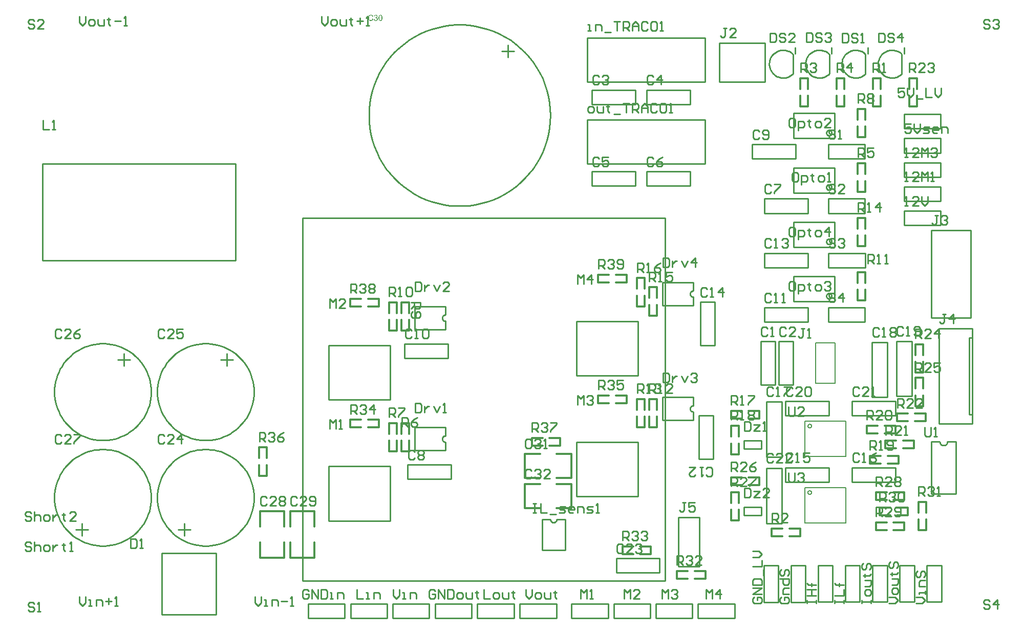
<source format=gto>
%FSTAX23Y23*%
%MOIN*%
%SFA1B1*%

%IPPOS*%
%ADD83C,0.005000*%
%ADD84C,0.010000*%
%ADD85C,0.012008*%
%ADD86C,0.007874*%
%LNpcb4-1*%
%LPD*%
G36*
X03068Y04985D02*
X03069Y04985D01*
X0307Y04984*
X03071Y04984*
X03072Y04984*
X03073Y04983*
X03073*
X03073Y04983*
X03073Y04983*
X03073Y04983*
X03074Y04983*
X03075Y04982*
X03075Y04981*
X03076Y04981*
X03076Y0498*
X03077Y0498*
X03077Y04979*
X03077Y04979*
X03077Y04978*
X03078Y04977*
X03078Y04976*
X03079Y04975*
X03079Y04974*
Y04974*
X03079Y04974*
X03079Y04974*
X03079Y04973*
X03079Y04973*
X03079Y04973*
X03079Y04972*
X03079Y04972*
X03079Y04971*
X03079Y0497*
X0308Y0497*
X0308Y04969*
X0308Y04968*
Y04967*
X0308Y04966*
Y04965*
Y04965*
Y04965*
Y04964*
Y04964*
X0308Y04963*
Y04963*
X0308Y04962*
X0308Y04961*
X03079Y04959*
X03079Y04958*
X03079Y04956*
X03079Y04955*
X03078Y04954*
Y04954*
X03078Y04954*
X03078Y04954*
X03078Y04953*
X03078Y04953*
X03078Y04953*
X03077Y04952*
X03077Y04951*
X03076Y0495*
X03075Y04949*
X03074Y04948*
X03074*
X03074Y04948*
X03074Y04947*
X03074Y04947*
X03073Y04947*
X03073Y04947*
X03072Y04947*
X03071Y04946*
X0307Y04946*
X03069Y04946*
X03067Y04945*
X03067*
X03066Y04946*
X03066Y04946*
X03065Y04946*
X03065Y04946*
X03064Y04946*
X03063Y04946*
X03063Y04946*
X03062Y04947*
X03061Y04947*
X0306Y04948*
X0306Y04948*
X03059Y04949*
X03058Y04949*
X03058Y04949*
X03058Y0495*
X03058Y0495*
X03058Y0495*
X03058Y04951*
X03057Y04952*
X03057Y04952*
X03057Y04953*
X03056Y04954*
X03056Y04955*
X03056Y04957*
X03055Y04958*
X03055Y0496*
X03055Y04961*
X03055Y04963*
X03055Y04965*
Y04965*
Y04965*
Y04966*
Y04966*
X03055Y04967*
Y04967*
X03055Y04968*
X03055Y04969*
X03055Y04971*
X03055Y04973*
X03056Y04974*
X03056Y04975*
X03056Y04976*
Y04976*
X03056Y04976*
X03056Y04976*
X03056Y04977*
X03056Y04977*
X03057Y04977*
X03057Y04978*
X03058Y04979*
X03058Y0498*
X03059Y04982*
X0306Y04982*
X0306*
X0306Y04983*
X0306Y04983*
X03061Y04983*
X03061Y04983*
X03061Y04983*
X03062Y04984*
X03063Y04984*
X03064Y04984*
X03066Y04985*
X03067Y04985*
X03068*
X03068Y04985*
G37*
G36*
X03038D02*
X03039Y04985D01*
X0304Y04984*
X03041Y04984*
X03042Y04984*
X03043Y04983*
X03043*
X03043Y04983*
X03043Y04983*
X03044Y04983*
X03044Y04982*
X03045Y04982*
X03045Y04981*
X03046Y0498*
X03047Y0498*
X03047Y0498*
X03047Y04979*
X03047Y04979*
X03047Y04978*
X03048Y04977*
X03048Y04977*
X03048Y04976*
X03048Y04975*
Y04975*
Y04974*
X03048Y04974*
X03048Y04973*
X03048Y04972*
X03047Y04972*
X03047Y04971*
X03047Y0497*
X03047Y0497*
X03047Y0497*
X03046Y04969*
X03046Y04969*
X03045Y04969*
X03045Y04968*
X03044Y04967*
X03043Y04967*
X03043*
X03043Y04967*
X03043Y04967*
X03043Y04967*
X03044Y04967*
X03045Y04966*
X03046Y04966*
X03047Y04965*
X03047Y04965*
X03048Y04964*
X03048Y04964*
X03048Y04963*
X03049Y04963*
X03049Y04962*
X03049Y04961*
X0305Y0496*
X0305Y04959*
X0305Y04957*
Y04957*
Y04957*
Y04957*
X0305Y04957*
X0305Y04956*
X0305Y04956*
X0305Y04955*
X0305Y04955*
X03049Y04953*
X03049Y04952*
X03048Y04952*
X03048Y04951*
X03047Y0495*
X03047Y0495*
X03046Y04949*
X03046Y04949*
X03046Y04949*
X03046Y04949*
X03046Y04948*
X03045Y04948*
X03045Y04948*
X03044Y04948*
X03044Y04947*
X03043Y04947*
X03042Y04947*
X03042Y04946*
X03041Y04946*
X0304Y04946*
X03039Y04946*
X03038Y04946*
X03037Y04945*
X03037*
X03036Y04946*
X03036Y04946*
X03035Y04946*
X03035Y04946*
X03034Y04946*
X03033Y04946*
X03031Y04947*
X03031Y04947*
X0303Y04947*
X03029Y04948*
X03029Y04948*
X03029Y04949*
X03028Y04949*
X03028Y04949*
X03028Y04949*
X03028Y04949*
X03028Y0495*
X03027Y0495*
X03027Y04951*
X03027Y04951*
X03026Y04952*
X03026Y04953*
X03025Y04955*
X03025Y04955*
X03025Y04956*
X0303Y04957*
Y04957*
X0303Y04957*
X0303Y04957*
X0303Y04956*
X0303Y04956*
X0303Y04956*
X0303Y04955*
X03031Y04954*
X03031Y04953*
X03032Y04952*
X03032Y04951*
X03032Y04951*
X03033Y04951*
X03033Y04951*
X03034Y0495*
X03034Y0495*
X03035Y0495*
X03036Y04949*
X03037Y04949*
X03037*
X03038Y04949*
X03038Y04949*
X03039Y0495*
X0304Y0495*
X03041Y0495*
X03042Y04951*
X03043Y04952*
X03043Y04952*
X03043Y04952*
X03043Y04953*
X03044Y04953*
X03044Y04954*
X03045Y04955*
X03045Y04956*
X03045Y04957*
Y04957*
Y04957*
Y04958*
X03045Y04958*
X03045Y04959*
X03045Y04959*
X03045Y0496*
X03044Y04961*
X03044Y04962*
X03043Y04963*
X03043Y04963*
X03042Y04963*
X03042Y04963*
X03041Y04964*
X03041Y04964*
X0304Y04965*
X03039Y04965*
X03037Y04965*
X03037*
X03037Y04965*
X03036Y04965*
X03036Y04965*
X03035Y04965*
X03034Y04964*
X03035Y04969*
X03035*
X03035Y04968*
X03036*
X03037Y04969*
X03037Y04969*
X03038Y04969*
X03039Y04969*
X0304Y0497*
X03041Y0497*
X03041*
X03041Y0497*
X03041Y0497*
X03042Y04971*
X03042Y04971*
X03042Y04972*
X03043Y04973*
X03043Y04974*
X03043Y04974*
Y04975*
Y04975*
Y04975*
Y04975*
X03043Y04976*
X03043Y04976*
X03043Y04977*
X03043Y04978*
X03042Y04978*
X03042Y04979*
X03041Y04979*
X03041Y04979*
X03041Y0498*
X0304Y0498*
X0304Y0498*
X03039Y04981*
X03038Y04981*
X03037Y04981*
X03037*
X03036Y04981*
X03035Y04981*
X03035Y0498*
X03034Y0498*
X03033Y0498*
X03032Y04979*
X03032Y04979*
X03032Y04979*
X03032Y04978*
X03031Y04978*
X03031Y04977*
X03031Y04976*
X0303Y04975*
X0303Y04974*
X03025Y04975*
Y04975*
X03025Y04975*
X03025Y04975*
X03026Y04976*
X03026Y04976*
X03026Y04976*
X03026Y04977*
X03027Y04979*
X03027Y0498*
X03028Y04981*
X03029Y04982*
X03029Y04982*
X03029Y04982*
X0303Y04982*
X0303Y04982*
X0303Y04983*
X0303Y04983*
X03031Y04983*
X03031Y04983*
X03032Y04984*
X03034Y04984*
X03035Y04985*
X03036Y04985*
X03037*
X03038Y04985*
G37*
G36*
X03006Y04985D02*
X03006Y04985D01*
X03007Y04985*
X03007Y04985*
X03008Y04985*
X03009Y04984*
X03011Y04984*
X03012Y04984*
X03013Y04983*
X03014Y04983*
X03014Y04982*
X03014Y04982*
X03014Y04982*
X03015Y04982*
X03015Y04982*
X03015Y04981*
X03016Y04981*
X03016Y04981*
X03016Y0498*
X03017Y0498*
X03017Y04979*
X03018Y04978*
X03018Y04978*
X03019Y04977*
X03019Y04976*
X03019Y04975*
X0302Y04974*
X03015Y04973*
Y04973*
X03015Y04973*
X03015Y04973*
X03015Y04973*
X03014Y04974*
X03014Y04974*
X03014Y04975*
X03013Y04976*
X03013Y04977*
X03012Y04978*
X03011Y04979*
X03011Y04979*
X0301Y04979*
X0301Y0498*
X03009Y0498*
X03008Y0498*
X03007Y04981*
X03006Y04981*
X03005Y04981*
X03004*
X03004Y04981*
X03003*
X03003Y04981*
X03002Y04981*
X03001Y0498*
X03Y0498*
X02998Y04979*
X02997Y04979*
X02997*
X02997Y04979*
X02997Y04978*
X02996Y04978*
X02995Y04977*
X02995Y04976*
X02994Y04975*
X02993Y04974*
X02993Y04973*
Y04973*
X02993Y04973*
X02993Y04973*
X02993Y04972*
X02993Y04972*
X02992Y04972*
X02992Y04971*
X02992Y0497*
X02992Y04968*
X02992Y04967*
X02992Y04966*
Y04966*
Y04965*
Y04965*
Y04965*
X02992Y04964*
Y04964*
X02992Y04963*
X02992Y04963*
X02992Y04961*
X02992Y0496*
X02993Y04959*
X02993Y04957*
Y04957*
X02993Y04957*
X02993Y04957*
X02993Y04956*
X02994Y04956*
X02994Y04955*
X02995Y04954*
X02996Y04953*
X02997Y04952*
X02998Y04952*
X02998*
X02998Y04952*
X02998Y04951*
X02998Y04951*
X02998Y04951*
X02999Y04951*
X03Y04951*
X03Y0495*
X03002Y0495*
X03003Y0495*
X03004Y0495*
X03005*
X03005Y0495*
X03005*
X03006Y0495*
X03007Y0495*
X03008Y0495*
X03009Y04951*
X0301Y04951*
X03011Y04952*
X03011Y04952*
X03011Y04952*
X03011Y04952*
X03012Y04953*
X03012Y04953*
X03012Y04953*
X03012Y04953*
X03013Y04954*
X03013Y04954*
X03013Y04955*
X03014Y04955*
X03014Y04956*
X03014Y04956*
X03015Y04957*
X03015Y04958*
X03015Y04959*
X03015Y0496*
X0302Y04958*
Y04958*
X0302Y04958*
X0302Y04958*
X0302Y04957*
X0302Y04957*
X0302Y04956*
X03019Y04955*
X03019Y04955*
X03018Y04953*
X03017Y04952*
X03017Y04951*
X03016Y0495*
X03015Y04949*
X03015Y04949*
X03015Y04949*
X03015Y04949*
X03014Y04948*
X03014Y04948*
X03014Y04948*
X03013Y04948*
X03012Y04947*
X03012Y04947*
X03011Y04947*
X0301Y04947*
X0301Y04946*
X03009Y04946*
X03008Y04946*
X03007Y04946*
X03006Y04946*
X03005Y04945*
X03004*
X03003Y04946*
X03003*
X03002Y04946*
X03002Y04946*
X03001Y04946*
X02999Y04946*
X02998Y04947*
X02996Y04947*
X02995Y04948*
X02994Y04948*
X02994Y04948*
X02994Y04948*
X02994Y04948*
X02994Y04948*
X02993Y04949*
X02993Y04949*
X02993Y04949*
X02992Y0495*
X02992Y0495*
X02991Y04951*
X0299Y04952*
X02989Y04954*
X02989Y04955*
Y04955*
X02988Y04956*
X02988Y04956*
X02988Y04956*
X02988Y04957*
X02988Y04957*
X02988Y04958*
X02987Y04958*
X02987Y04959*
X02987Y0496*
X02987Y04962*
X02987Y04964*
X02987Y04966*
Y04966*
Y04966*
Y04966*
X02987Y04967*
Y04967*
X02987Y04968*
X02987Y04968*
X02987Y04969*
X02987Y04971*
X02987Y04973*
X02988Y04974*
X02989Y04976*
X02989Y04976*
X02989Y04976*
X02989Y04977*
X02989Y04977*
X02989Y04977*
X0299Y04978*
X0299Y04979*
X02991Y0498*
X02992Y04981*
X02994Y04982*
X02995Y04983*
X02995Y04983*
X02995Y04983*
X02996Y04983*
X02996Y04983*
X02996Y04983*
X02997Y04984*
X02997Y04984*
X02998Y04984*
X02999Y04984*
X02999Y04984*
X03001Y04985*
X03003Y04985*
X03005Y04985*
X03005*
X03006Y04985*
G37*
%LNpcb4-2*%
%LPC*%
G36*
X03067Y04981D02*
X03067D01*
X03067Y04981*
X03066Y04981*
X03065Y0498*
X03064Y0498*
X03064Y0498*
X03063Y04979*
X03063Y04979*
X03062Y04979*
X03062Y04978*
Y04978*
X03062Y04978*
X03062Y04978*
X03061Y04977*
X03061Y04977*
X03061Y04976*
X03061Y04976*
X03061Y04975*
X0306Y04974*
X0306Y04973*
X0306Y04972*
X0306Y04971*
X0306Y0497*
X0306Y04968*
X0306Y04967*
X0306Y04965*
Y04965*
Y04965*
Y04964*
X0306Y04964*
Y04963*
X0306Y04962*
X0306Y04961*
X0306Y0496*
X0306Y04958*
X0306Y04957*
X0306Y04956*
X03061Y04955*
X03061Y04954*
X03061Y04953*
X03062Y04952*
Y04952*
X03062Y04952*
X03062Y04952*
X03063Y04951*
X03063Y04951*
X03064Y0495*
X03065Y0495*
X03066Y04949*
X03067Y04949*
X03067Y04949*
X03068*
X03068Y04949*
X03068Y0495*
X03069Y0495*
X0307Y0495*
X03071Y04951*
X03071Y04951*
X03072Y04951*
X03072Y04952*
X03073Y04952*
Y04953*
X03073Y04953*
X03073Y04953*
X03073Y04953*
X03073Y04953*
X03073Y04954*
X03074Y04955*
X03074Y04955*
X03074Y04956*
X03074Y04957*
X03074Y04958*
X03075Y04959*
X03075Y0496*
X03075Y04962*
X03075Y04963*
Y04965*
Y04965*
Y04965*
Y04965*
Y04966*
X03075Y04967*
Y04967*
X03075Y04968*
X03075Y04969*
X03075Y0497*
X03074Y04972*
X03074Y04973*
X03074Y04974*
X03074Y04975*
X03073Y04976*
X03073Y04977*
X03073Y04978*
Y04978*
X03073Y04978*
X03072Y04978*
X03072Y04978*
X03072Y04979*
X03071Y04979*
X0307Y0498*
X03069Y0498*
X03069Y04981*
X03068Y04981*
X03068Y04981*
X03067Y04981*
G37*
%LNpcb4-3*%
%LPD*%
G54D83*
X05874Y02307D02*
D01*
X05873Y02307*
X05873Y02308*
X05873Y02309*
X05873Y0231*
X05873Y02311*
X05872Y02311*
X05872Y02312*
X05872Y02313*
X05871Y02314*
X05871Y02314*
X0587Y02315*
X0587Y02315*
X05869Y02316*
X05868Y02316*
X05868Y02317*
X05867Y02317*
X05866Y02318*
X05865Y02318*
X05865Y02318*
X05864Y02318*
X05863Y02318*
X05862Y02318*
X05861*
X0586Y02318*
X0586Y02318*
X05859Y02318*
X05858Y02318*
X05857Y02318*
X05857Y02317*
X05856Y02317*
X05855Y02316*
X05854Y02316*
X05854Y02315*
X05853Y02315*
X05853Y02314*
X05852Y02314*
X05852Y02313*
X05851Y02312*
X05851Y02311*
X05851Y02311*
X0585Y0231*
X0585Y02309*
X0585Y02308*
X0585Y02307*
X0585Y02307*
X0585Y02306*
X0585Y02305*
X0585Y02304*
X0585Y02303*
X05851Y02303*
X05851Y02302*
X05851Y02301*
X05852Y023*
X05852Y023*
X05853Y02299*
X05853Y02298*
X05854Y02298*
X05854Y02297*
X05855Y02297*
X05856Y02296*
X05857Y02296*
X05857Y02296*
X05858Y02295*
X05859Y02295*
X0586Y02295*
X0586Y02295*
X05861Y02295*
X05862*
X05863Y02295*
X05864Y02295*
X05865Y02295*
X05865Y02295*
X05866Y02296*
X05867Y02296*
X05868Y02296*
X05868Y02297*
X05869Y02297*
X0587Y02298*
X0587Y02298*
X05871Y02299*
X05871Y023*
X05872Y023*
X05872Y02301*
X05872Y02302*
X05873Y02303*
X05873Y02303*
X05873Y02304*
X05873Y02305*
X05873Y02306*
X05874Y02307*
Y01874D02*
D01*
X05873Y01874*
X05873Y01875*
X05873Y01876*
X05873Y01877*
X05873Y01878*
X05872Y01878*
X05872Y01879*
X05872Y0188*
X05871Y0188*
X05871Y01881*
X0587Y01882*
X0587Y01882*
X05869Y01883*
X05868Y01883*
X05868Y01884*
X05867Y01884*
X05866Y01884*
X05865Y01885*
X05865Y01885*
X05864Y01885*
X05863Y01885*
X05862Y01885*
X05861*
X0586Y01885*
X0586Y01885*
X05859Y01885*
X05858Y01885*
X05857Y01884*
X05857Y01884*
X05856Y01884*
X05855Y01883*
X05854Y01883*
X05854Y01882*
X05853Y01882*
X05853Y01881*
X05852Y0188*
X05852Y0188*
X05851Y01879*
X05851Y01878*
X05851Y01878*
X0585Y01877*
X0585Y01876*
X0585Y01875*
X0585Y01874*
X0585Y01874*
X0585Y01873*
X0585Y01872*
X0585Y01871*
X0585Y0187*
X05851Y01869*
X05851Y01869*
X05851Y01868*
X05852Y01867*
X05852Y01867*
X05853Y01866*
X05853Y01865*
X05854Y01865*
X05854Y01864*
X05855Y01864*
X05856Y01863*
X05857Y01863*
X05857Y01863*
X05858Y01862*
X05859Y01862*
X0586Y01862*
X0586Y01862*
X05861Y01862*
X05862*
X05863Y01862*
X05864Y01862*
X05865Y01862*
X05865Y01862*
X05866Y01863*
X05867Y01863*
X05868Y01863*
X05868Y01864*
X05869Y01864*
X0587Y01865*
X0587Y01865*
X05871Y01866*
X05871Y01867*
X05872Y01867*
X05872Y01868*
X05872Y01869*
X05873Y01869*
X05873Y0187*
X05873Y01871*
X05873Y01872*
X05873Y01873*
X05874Y01874*
G54D84*
X06005Y04216D02*
D01*
X06005Y04217*
X06005Y04218*
X06005Y0422*
X06005Y04221*
X06004Y04222*
X06004Y04223*
X06003Y04224*
X06003Y04225*
X06002Y04226*
X06001Y04227*
X06Y04228*
X05999Y04229*
X05999Y0423*
X05998Y04231*
X05996Y04231*
X05995Y04232*
X05994Y04232*
X05993Y04233*
X05992Y04233*
X05991Y04233*
X0599Y04234*
X05988Y04234*
X05987*
X05986Y04234*
X05985Y04233*
X05983Y04233*
X05982Y04233*
X05981Y04232*
X0598Y04232*
X05979Y04231*
X05978Y04231*
X05977Y0423*
X05976Y04229*
X05975Y04228*
X05974Y04227*
X05973Y04226*
X05973Y04225*
X05972Y04224*
X05972Y04223*
X05971Y04222*
X05971Y04221*
X0597Y0422*
X0597Y04218*
X0597Y04217*
X0597Y04216*
X0597Y04215*
X0597Y04214*
X0597Y04212*
X05971Y04211*
X05971Y0421*
X05972Y04209*
X05972Y04208*
X05973Y04207*
X05973Y04206*
X05974Y04205*
X05975Y04204*
X05976Y04203*
X05977Y04202*
X05978Y04201*
X05979Y04201*
X0598Y042*
X05981Y042*
X05982Y04199*
X05983Y04199*
X05985Y04199*
X05986Y04199*
X05987Y04198*
X05988*
X0599Y04199*
X05991Y04199*
X05992Y04199*
X05993Y04199*
X05994Y042*
X05995Y042*
X05996Y04201*
X05998Y04201*
X05999Y04202*
X05999Y04203*
X06Y04204*
X06001Y04205*
X06002Y04206*
X06003Y04207*
X06003Y04208*
X06004Y04209*
X06004Y0421*
X06005Y04211*
X06005Y04212*
X06005Y04214*
X06005Y04215*
X06005Y04216*
Y03862D02*
D01*
X06005Y03863*
X06005Y03864*
X06005Y03865*
X06005Y03867*
X06004Y03868*
X06004Y03869*
X06003Y0387*
X06003Y03871*
X06002Y03872*
X06001Y03873*
X06Y03874*
X05999Y03875*
X05999Y03876*
X05998Y03876*
X05996Y03877*
X05995Y03878*
X05994Y03878*
X05993Y03878*
X05992Y03879*
X05991Y03879*
X0599Y03879*
X05988Y03879*
X05987*
X05986Y03879*
X05985Y03879*
X05983Y03879*
X05982Y03878*
X05981Y03878*
X0598Y03878*
X05979Y03877*
X05978Y03876*
X05977Y03876*
X05976Y03875*
X05975Y03874*
X05974Y03873*
X05973Y03872*
X05973Y03871*
X05972Y0387*
X05972Y03869*
X05971Y03868*
X05971Y03867*
X0597Y03865*
X0597Y03864*
X0597Y03863*
X0597Y03862*
X0597Y0386*
X0597Y03859*
X0597Y03858*
X05971Y03857*
X05971Y03856*
X05972Y03855*
X05972Y03853*
X05973Y03852*
X05973Y03851*
X05974Y0385*
X05975Y03849*
X05976Y03849*
X05977Y03848*
X05978Y03847*
X05979Y03846*
X0598Y03846*
X05981Y03845*
X05982Y03845*
X05983Y03845*
X05985Y03844*
X05986Y03844*
X05987Y03844*
X05988*
X0599Y03844*
X05991Y03844*
X05992Y03845*
X05993Y03845*
X05994Y03845*
X05995Y03846*
X05996Y03846*
X05998Y03847*
X05999Y03848*
X05999Y03849*
X06Y03849*
X06001Y0385*
X06002Y03851*
X06003Y03852*
X06003Y03853*
X06004Y03855*
X06004Y03856*
X06005Y03857*
X06005Y03858*
X06005Y03859*
X06005Y0386*
X06005Y03862*
Y03153D02*
D01*
X06005Y03154*
X06005Y03155*
X06005Y03157*
X06005Y03158*
X06004Y03159*
X06004Y0316*
X06003Y03161*
X06003Y03162*
X06002Y03163*
X06001Y03164*
X06Y03165*
X05999Y03166*
X05999Y03167*
X05998Y03168*
X05996Y03168*
X05995Y03169*
X05994Y03169*
X05993Y0317*
X05992Y0317*
X05991Y0317*
X0599Y03171*
X05988Y03171*
X05987*
X05986Y03171*
X05985Y0317*
X05983Y0317*
X05982Y0317*
X05981Y03169*
X0598Y03169*
X05979Y03168*
X05978Y03168*
X05977Y03167*
X05976Y03166*
X05975Y03165*
X05974Y03164*
X05973Y03163*
X05973Y03162*
X05972Y03161*
X05972Y0316*
X05971Y03159*
X05971Y03158*
X0597Y03157*
X0597Y03155*
X0597Y03154*
X0597Y03153*
X0597Y03152*
X0597Y03151*
X0597Y03149*
X05971Y03148*
X05971Y03147*
X05972Y03146*
X05972Y03145*
X05973Y03144*
X05973Y03143*
X05974Y03142*
X05975Y03141*
X05976Y0314*
X05977Y03139*
X05978Y03138*
X05979Y03138*
X0598Y03137*
X05981Y03137*
X05982Y03136*
X05983Y03136*
X05985Y03136*
X05986Y03136*
X05987Y03135*
X05988*
X0599Y03136*
X05991Y03136*
X05992Y03136*
X05993Y03136*
X05994Y03137*
X05995Y03137*
X05996Y03138*
X05998Y03138*
X05999Y03139*
X05999Y0314*
X06Y03141*
X06001Y03142*
X06002Y03143*
X06003Y03144*
X06003Y03145*
X06004Y03146*
X06004Y03147*
X06005Y03148*
X06005Y03149*
X06005Y03151*
X06005Y03152*
X06005Y03153*
Y03507D02*
D01*
X06005Y03509*
X06005Y0351*
X06005Y03511*
X06005Y03512*
X06004Y03513*
X06004Y03515*
X06003Y03516*
X06003Y03517*
X06002Y03518*
X06001Y03519*
X06Y0352*
X05999Y0352*
X05999Y03521*
X05998Y03522*
X05996Y03523*
X05995Y03523*
X05994Y03524*
X05993Y03524*
X05992Y03524*
X05991Y03525*
X0599Y03525*
X05988Y03525*
X05987*
X05986Y03525*
X05985Y03525*
X05983Y03524*
X05982Y03524*
X05981Y03524*
X0598Y03523*
X05979Y03523*
X05978Y03522*
X05977Y03521*
X05976Y0352*
X05975Y0352*
X05974Y03519*
X05973Y03518*
X05973Y03517*
X05972Y03516*
X05972Y03515*
X05971Y03513*
X05971Y03512*
X0597Y03511*
X0597Y0351*
X0597Y03509*
X0597Y03507*
X0597Y03506*
X0597Y03505*
X0597Y03504*
X05971Y03503*
X05971Y03501*
X05972Y035*
X05972Y03499*
X05973Y03498*
X05973Y03497*
X05974Y03496*
X05975Y03495*
X05976Y03494*
X05977Y03494*
X05978Y03493*
X05979Y03492*
X0598Y03492*
X05981Y03491*
X05982Y03491*
X05983Y0349*
X05985Y0349*
X05986Y0349*
X05987Y0349*
X05988*
X0599Y0349*
X05991Y0349*
X05992Y0349*
X05993Y03491*
X05994Y03491*
X05995Y03492*
X05996Y03492*
X05998Y03493*
X05999Y03494*
X05999Y03494*
X06Y03495*
X06001Y03496*
X06002Y03497*
X06003Y03498*
X06003Y03499*
X06004Y035*
X06004Y03501*
X06005Y03503*
X06005Y03504*
X06005Y03505*
X06005Y03506*
X06005Y03507*
X06225Y04729D02*
D01*
X0622Y04733*
X06215Y04737*
X0621Y04741*
X06205Y04744*
X06199Y04747*
X06193Y04749*
X06187Y04751*
X06181Y04753*
X06175Y04754*
X06169Y04755*
X06162Y04755*
X06156Y04755*
X0615Y04755*
X06144Y04754*
X06137Y04752*
X06131Y0475*
X06126Y04748*
X0612Y04746*
X06114Y04742*
X06109Y04739*
X06104Y04735*
X06099Y04731*
X06095Y04727*
X06091Y04722*
X06087Y04717*
X06083Y04711*
X0608Y04706*
X06078Y047*
X06075Y04694*
X06073Y04688*
X06072Y04682*
X06071Y04676*
X06071Y0467*
X0607Y04663*
X06071Y04657*
X06071Y04651*
X06073Y04644*
X06074Y04638*
X06076Y04632*
X06079Y04627*
X06082Y04621*
X06085Y04616*
X06089Y0461*
X06093Y04605*
X06097Y04601*
X06102Y04597*
X06106Y04593*
X06112Y04589*
X06117Y04586*
X06123Y04583*
X06128Y0458*
X06134Y04578*
X06141Y04577*
X06147Y04575*
X06153Y04575*
X06159Y04574*
X06166Y04574*
X06172Y04575*
X06178Y04576*
X06184Y04577*
X0619Y04579*
X06196Y04582*
X06202Y04584*
X06208Y04587*
X06213Y04591*
X06218Y04594*
X06223Y04599*
X06225Y04601*
X05752Y04729D02*
D01*
X05748Y04733*
X05743Y04737*
X05738Y04741*
X05732Y04744*
X05727Y04747*
X05721Y04749*
X05715Y04751*
X05709Y04753*
X05703Y04754*
X05696Y04755*
X0569Y04755*
X05684Y04755*
X05677Y04755*
X05671Y04754*
X05665Y04752*
X05659Y0475*
X05653Y04748*
X05647Y04746*
X05642Y04742*
X05637Y04739*
X05632Y04735*
X05627Y04731*
X05622Y04727*
X05618Y04722*
X05614Y04717*
X05611Y04711*
X05608Y04706*
X05605Y047*
X05603Y04694*
X05601Y04688*
X056Y04682*
X05599Y04676*
X05598Y0467*
X05598Y04663*
X05598Y04657*
X05599Y04651*
X056Y04644*
X05602Y04638*
X05604Y04632*
X05606Y04627*
X05609Y04621*
X05613Y04616*
X05616Y0461*
X0562Y04605*
X05624Y04601*
X05629Y04597*
X05634Y04593*
X05639Y04589*
X05645Y04586*
X0565Y04583*
X05656Y0458*
X05662Y04578*
X05668Y04577*
X05674Y04575*
X05681Y04575*
X05687Y04574*
X05693Y04574*
X057Y04575*
X05706Y04576*
X05712Y04577*
X05718Y04579*
X05724Y04582*
X0573Y04584*
X05735Y04587*
X0574Y04591*
X05745Y04594*
X0575Y04599*
X05752Y04601*
X05989Y04729D02*
D01*
X05984Y04733*
X05979Y04737*
X05974Y04741*
X05969Y04744*
X05963Y04747*
X05957Y04749*
X05951Y04751*
X05945Y04753*
X05939Y04754*
X05933Y04755*
X05926Y04755*
X0592Y04755*
X05914Y04755*
X05907Y04754*
X05901Y04752*
X05895Y0475*
X05889Y04748*
X05884Y04746*
X05878Y04742*
X05873Y04739*
X05868Y04735*
X05863Y04731*
X05858Y04727*
X05854Y04722*
X05851Y04717*
X05847Y04711*
X05844Y04706*
X05841Y047*
X05839Y04694*
X05837Y04688*
X05836Y04682*
X05835Y04676*
X05834Y0467*
X05834Y04663*
X05835Y04657*
X05835Y04651*
X05836Y04644*
X05838Y04638*
X0584Y04632*
X05843Y04627*
X05846Y04621*
X05849Y04616*
X05852Y0461*
X05856Y04605*
X05861Y04601*
X05865Y04597*
X0587Y04593*
X05875Y04589*
X05881Y04586*
X05886Y04583*
X05892Y0458*
X05898Y04578*
X05904Y04577*
X05911Y04575*
X05917Y04575*
X05923Y04574*
X05929Y04574*
X05936Y04575*
X05942Y04576*
X05948Y04577*
X05954Y04579*
X0596Y04582*
X05966Y04584*
X05971Y04587*
X05977Y04591*
X05982Y04594*
X05986Y04599*
X05989Y04601*
X06461Y04729D02*
D01*
X06457Y04733*
X06452Y04737*
X06446Y04741*
X06441Y04744*
X06435Y04747*
X0643Y04749*
X06424Y04751*
X06418Y04753*
X06411Y04754*
X06405Y04755*
X06399Y04755*
X06392Y04755*
X06386Y04755*
X0638Y04754*
X06374Y04752*
X06368Y0475*
X06362Y04748*
X06356Y04746*
X06351Y04742*
X06345Y04739*
X0634Y04735*
X06335Y04731*
X06331Y04727*
X06327Y04722*
X06323Y04717*
X0632Y04711*
X06316Y04706*
X06314Y047*
X06312Y04694*
X0631Y04688*
X06308Y04682*
X06307Y04676*
X06307Y0467*
X06307Y04663*
X06307Y04657*
X06308Y04651*
X06309Y04644*
X06311Y04638*
X06313Y04632*
X06315Y04627*
X06318Y04621*
X06321Y04616*
X06325Y0461*
X06329Y04605*
X06333Y04601*
X06338Y04597*
X06343Y04593*
X06348Y04589*
X06353Y04586*
X06359Y04583*
X06365Y0458*
X06371Y04578*
X06377Y04577*
X06383Y04575*
X06389Y04575*
X06396Y04574*
X06402Y04574*
X06408Y04575*
X06414Y04576*
X06421Y04577*
X06427Y04579*
X06433Y04582*
X06438Y04584*
X06444Y04587*
X06449Y04591*
X06454Y04594*
X06459Y04599*
X06461Y04601*
X06708Y02205D02*
D01*
X06708Y02203*
X06709Y02201*
X06709Y02199*
X06709Y02198*
X0671Y02196*
X06711Y02194*
X06711Y02193*
X06712Y02191*
X06713Y0219*
X06714Y02188*
X06715Y02187*
X06717Y02186*
X06718Y02185*
X06719Y02184*
X06721Y02183*
X06722Y02182*
X06724Y02181*
X06726Y02181*
X06727Y0218*
X06729Y0218*
X06731Y0218*
X06732Y0218*
X06734*
X06736Y0218*
X06738Y0218*
X06739Y0218*
X06741Y02181*
X06743Y02181*
X06744Y02182*
X06746Y02183*
X06747Y02184*
X06749Y02185*
X0675Y02186*
X06751Y02187*
X06753Y02188*
X06754Y0219*
X06755Y02191*
X06755Y02193*
X06756Y02194*
X06757Y02196*
X06757Y02198*
X06758Y02199*
X06758Y02201*
X06758Y02203*
X06758Y02205*
X03489Y02242D02*
D01*
X03488Y02242*
X03486Y02242*
X03485Y02242*
X03484Y02242*
X03482Y02241*
X03481Y02241*
X0348Y0224*
X03478Y02239*
X03477Y02239*
X03476Y02238*
X03475Y02237*
X03474Y02236*
X03473Y02235*
X03472Y02234*
X03472Y02232*
X03471Y02231*
X03471Y0223*
X0347Y02229*
X0347Y02227*
X03469Y02226*
X03469Y02224*
X03469Y02223*
Y02222*
X03469Y0222*
X03469Y02219*
X0347Y02217*
X0347Y02216*
X03471Y02215*
X03471Y02214*
X03472Y02212*
X03472Y02211*
X03473Y0221*
X03474Y02209*
X03475Y02208*
X03476Y02207*
X03477Y02206*
X03478Y02205*
X0348Y02205*
X03481Y02204*
X03482Y02204*
X03484Y02203*
X03485Y02203*
X03486Y02203*
X03488Y02202*
X03489Y02202*
Y0303D02*
D01*
X03488Y0303*
X03486Y0303*
X03485Y03029*
X03484Y03029*
X03482Y03029*
X03481Y03028*
X0348Y03027*
X03478Y03027*
X03477Y03026*
X03476Y03025*
X03475Y03024*
X03474Y03023*
X03473Y03022*
X03472Y03021*
X03472Y0302*
X03471Y03019*
X03471Y03017*
X0347Y03016*
X0347Y03015*
X03469Y03013*
X03469Y03012*
X03469Y0301*
Y03009*
X03469Y03008*
X03469Y03006*
X0347Y03005*
X0347Y03004*
X03471Y03002*
X03471Y03001*
X03472Y03*
X03472Y02999*
X03473Y02997*
X03474Y02996*
X03475Y02995*
X03476Y02994*
X03477Y02994*
X03478Y02993*
X0348Y02992*
X03481Y02991*
X03482Y02991*
X03484Y02991*
X03485Y0299*
X03486Y0299*
X03488Y0299*
X03489Y0299*
X05103Y02439D02*
D01*
X05102Y02439*
X051Y02439*
X05099Y02439*
X05098Y02438*
X05096Y02438*
X05095Y02437*
X05094Y02437*
X05093Y02436*
X05091Y02435*
X0509Y02435*
X05089Y02434*
X05088Y02433*
X05087Y02431*
X05087Y0243*
X05086Y02429*
X05085Y02428*
X05085Y02427*
X05084Y02425*
X05084Y02424*
X05084Y02423*
X05083Y02421*
X05083Y0242*
Y02418*
X05083Y02417*
X05084Y02416*
X05084Y02414*
X05084Y02413*
X05085Y02412*
X05085Y0241*
X05086Y02409*
X05087Y02408*
X05087Y02407*
X05088Y02406*
X05089Y02405*
X0509Y02404*
X05091Y02403*
X05093Y02402*
X05094Y02402*
X05095Y02401*
X05096Y024*
X05098Y024*
X05099Y024*
X051Y02399*
X05102Y02399*
X05103Y02399*
Y03187D02*
D01*
X05102Y03187*
X051Y03187*
X05099Y03187*
X05098Y03186*
X05096Y03186*
X05095Y03185*
X05094Y03185*
X05093Y03184*
X05091Y03183*
X0509Y03183*
X05089Y03182*
X05088Y03181*
X05087Y0318*
X05087Y03178*
X05086Y03177*
X05085Y03176*
X05085Y03175*
X05084Y03173*
X05084Y03172*
X05084Y03171*
X05083Y03169*
X05083Y03168*
Y03167*
X05083Y03165*
X05084Y03164*
X05084Y03162*
X05084Y03161*
X05085Y0316*
X05085Y03158*
X05086Y03157*
X05087Y03156*
X05087Y03155*
X05088Y03154*
X05089Y03153*
X0509Y03152*
X05091Y03151*
X05093Y0315*
X05094Y0315*
X05095Y03149*
X05096Y03148*
X05098Y03148*
X05099Y03148*
X051Y03147*
X05102Y03147*
X05103Y03147*
X04174Y01698D02*
D01*
X04174Y01696*
X04174Y01695*
X04174Y01694*
X04175Y01692*
X04175Y01691*
X04176Y0169*
X04176Y01688*
X04177Y01687*
X04178Y01686*
X04179Y01685*
X0418Y01684*
X04181Y01683*
X04182Y01682*
X04183Y01681*
X04184Y0168*
X04185Y0168*
X04186Y01679*
X04188Y01679*
X04189Y01678*
X04191Y01678*
X04192Y01678*
X04193Y01678*
X04195*
X04196Y01678*
X04197Y01678*
X04199Y01678*
X042Y01679*
X04201Y01679*
X04203Y0168*
X04204Y0168*
X04205Y01681*
X04206Y01682*
X04207Y01683*
X04208Y01684*
X04209Y01685*
X0421Y01686*
X04211Y01687*
X04212Y01688*
X04212Y0169*
X04213Y01691*
X04213Y01692*
X04214Y01694*
X04214Y01695*
X04214Y01696*
X04214Y01698*
X04173Y0433D02*
D01*
X04171Y04371*
X04167Y04412*
X0416Y04453*
X0415Y04493*
X04137Y04532*
X04122Y0457*
X04104Y04607*
X04083Y04643*
X0406Y04677*
X04035Y0471*
X04007Y0474*
X03977Y04769*
X03946Y04796*
X03912Y0482*
X03877Y04842*
X03841Y04861*
X03803Y04878*
X03765Y04892*
X03725Y04903*
X03685Y04912*
X03644Y04918*
X03603Y0492*
X03562*
X0352Y04918*
X0348Y04912*
X03439Y04903*
X034Y04892*
X03361Y04878*
X03323Y04861*
X03287Y04842*
X03252Y0482*
X03219Y04796*
X03187Y04769*
X03157Y0474*
X0313Y0471*
X03104Y04677*
X03081Y04643*
X03061Y04607*
X03043Y0457*
X03027Y04532*
X03015Y04493*
X03005Y04453*
X02997Y04412*
X02993Y04371*
X02992Y0433*
X02993Y04289*
X02997Y04248*
X03005Y04207*
X03015Y04167*
X03027Y04128*
X03043Y0409*
X03061Y04053*
X03081Y04017*
X03104Y03983*
X0313Y03951*
X03157Y0392*
X03187Y03891*
X03219Y03865*
X03252Y03841*
X03287Y03819*
X03323Y03799*
X03361Y03783*
X034Y03769*
X03439Y03757*
X0348Y03749*
X0352Y03743*
X03562Y0374*
X03603*
X03644Y03743*
X03685Y03749*
X03725Y03757*
X03765Y03769*
X03803Y03783*
X03841Y03799*
X03877Y03819*
X03912Y03841*
X03946Y03865*
X03977Y03891*
X04007Y0392*
X04035Y03951*
X0406Y03983*
X04083Y04017*
X04104Y04053*
X04122Y0409*
X04137Y04128*
X0415Y04167*
X0416Y04207*
X04167Y04248*
X04171Y04289*
X04173Y0433*
X01574Y02529D02*
D01*
X01574Y02551*
X01571Y02573*
X01567Y02595*
X01562Y02616*
X01555Y02637*
X01547Y02657*
X01537Y02677*
X01526Y02696*
X01514Y02714*
X01501Y02731*
X01486Y02748*
X0147Y02763*
X01453Y02777*
X01435Y0279*
X01417Y02802*
X01397Y02812*
X01377Y02821*
X01357Y02829*
X01336Y02835*
X01314Y02839*
X01292Y02842*
X0127Y02844*
X01248*
X01226Y02842*
X01205Y02839*
X01183Y02835*
X01162Y02829*
X01141Y02821*
X01121Y02812*
X01102Y02802*
X01083Y0279*
X01065Y02777*
X01049Y02763*
X01033Y02748*
X01018Y02731*
X01005Y02714*
X00992Y02696*
X00981Y02677*
X00972Y02657*
X00963Y02637*
X00957Y02616*
X00951Y02595*
X00947Y02573*
X00945Y02551*
X00944Y02529*
X00945Y02507*
X00947Y02485*
X00951Y02464*
X00957Y02442*
X00963Y02421*
X00972Y02401*
X00981Y02381*
X00992Y02362*
X01005Y02344*
X01018Y02327*
X01033Y0231*
X01049Y02295*
X01065Y02281*
X01083Y02268*
X01102Y02256*
X01121Y02246*
X01141Y02237*
X01162Y02229*
X01183Y02223*
X01205Y02219*
X01226Y02216*
X01248Y02214*
X0127*
X01292Y02216*
X01314Y02219*
X01336Y02223*
X01357Y02229*
X01377Y02237*
X01397Y02246*
X01417Y02256*
X01435Y02268*
X01453Y02281*
X0147Y02295*
X01486Y0231*
X01501Y02327*
X01514Y02344*
X01526Y02362*
X01537Y02381*
X01547Y02401*
X01555Y02421*
X01562Y02442*
X01567Y02464*
X01571Y02485*
X01574Y02507*
X01574Y02529*
Y0184D02*
D01*
X01574Y01862*
X01571Y01884*
X01567Y01906*
X01562Y01927*
X01555Y01948*
X01547Y01968*
X01537Y01988*
X01526Y02007*
X01514Y02025*
X01501Y02043*
X01486Y02059*
X0147Y02074*
X01453Y02088*
X01435Y02101*
X01417Y02113*
X01397Y02123*
X01377Y02132*
X01357Y0214*
X01336Y02146*
X01314Y0215*
X01292Y02153*
X0127Y02155*
X01248*
X01226Y02153*
X01205Y0215*
X01183Y02146*
X01162Y0214*
X01141Y02132*
X01121Y02123*
X01102Y02113*
X01083Y02101*
X01065Y02088*
X01049Y02074*
X01033Y02059*
X01018Y02043*
X01005Y02025*
X00992Y02007*
X00981Y01988*
X00972Y01968*
X00963Y01948*
X00957Y01927*
X00951Y01906*
X00947Y01884*
X00945Y01862*
X00944Y0184*
X00945Y01818*
X00947Y01796*
X00951Y01775*
X00957Y01753*
X00963Y01732*
X00972Y01712*
X00981Y01692*
X00992Y01673*
X01005Y01655*
X01018Y01638*
X01033Y01621*
X01049Y01606*
X01065Y01592*
X01083Y01579*
X01102Y01567*
X01121Y01557*
X01141Y01548*
X01162Y01541*
X01183Y01534*
X01205Y0153*
X01226Y01527*
X01248Y01525*
X0127*
X01292Y01527*
X01314Y0153*
X01336Y01534*
X01357Y01541*
X01377Y01548*
X01397Y01557*
X01417Y01567*
X01435Y01579*
X01453Y01592*
X0147Y01606*
X01486Y01621*
X01501Y01638*
X01514Y01655*
X01526Y01673*
X01537Y01692*
X01547Y01712*
X01555Y01732*
X01562Y01753*
X01567Y01775*
X01571Y01796*
X01574Y01818*
X01574Y0184*
X02244Y02529D02*
D01*
X02243Y02551*
X02241Y02573*
X02237Y02595*
X02231Y02616*
X02225Y02637*
X02216Y02657*
X02207Y02677*
X02196Y02696*
X02183Y02714*
X0217Y02731*
X02155Y02748*
X02139Y02763*
X02123Y02777*
X02105Y0279*
X02086Y02802*
X02067Y02812*
X02047Y02821*
X02026Y02829*
X02005Y02835*
X01983Y02839*
X01962Y02842*
X0194Y02844*
X01918*
X01896Y02842*
X01874Y02839*
X01852Y02835*
X01831Y02829*
X01811Y02821*
X01791Y02812*
X01771Y02802*
X01753Y0279*
X01735Y02777*
X01718Y02763*
X01702Y02748*
X01687Y02731*
X01674Y02714*
X01662Y02696*
X01651Y02677*
X01641Y02657*
X01633Y02637*
X01626Y02616*
X01621Y02595*
X01617Y02573*
X01614Y02551*
X01614Y02529*
X01614Y02507*
X01617Y02485*
X01621Y02464*
X01626Y02442*
X01633Y02421*
X01641Y02401*
X01651Y02381*
X01662Y02362*
X01674Y02344*
X01687Y02327*
X01702Y0231*
X01718Y02295*
X01735Y02281*
X01753Y02268*
X01771Y02256*
X01791Y02246*
X01811Y02237*
X01831Y02229*
X01852Y02223*
X01874Y02219*
X01896Y02216*
X01918Y02214*
X0194*
X01962Y02216*
X01983Y02219*
X02005Y02223*
X02026Y02229*
X02047Y02237*
X02067Y02246*
X02086Y02256*
X02105Y02268*
X02123Y02281*
X02139Y02295*
X02155Y0231*
X0217Y02327*
X02183Y02344*
X02196Y02362*
X02207Y02381*
X02216Y02401*
X02225Y02421*
X02231Y02442*
X02237Y02464*
X02241Y02485*
X02243Y02507*
X02244Y02529*
Y0184D02*
D01*
X02243Y01862*
X02241Y01884*
X02237Y01906*
X02231Y01927*
X02225Y01948*
X02216Y01968*
X02207Y01988*
X02196Y02007*
X02183Y02025*
X0217Y02043*
X02155Y02059*
X02139Y02074*
X02123Y02088*
X02105Y02101*
X02086Y02113*
X02067Y02123*
X02047Y02132*
X02026Y0214*
X02005Y02146*
X01983Y0215*
X01962Y02153*
X0194Y02155*
X01918*
X01896Y02153*
X01874Y0215*
X01852Y02146*
X01831Y0214*
X01811Y02132*
X01791Y02123*
X01771Y02113*
X01753Y02101*
X01735Y02088*
X01718Y02074*
X01702Y02059*
X01687Y02043*
X01674Y02025*
X01662Y02007*
X01651Y01988*
X01641Y01968*
X01633Y01948*
X01626Y01927*
X01621Y01906*
X01617Y01884*
X01614Y01862*
X01614Y0184*
X01614Y01818*
X01617Y01796*
X01621Y01775*
X01626Y01753*
X01633Y01732*
X01641Y01712*
X01651Y01692*
X01662Y01673*
X01674Y01655*
X01687Y01638*
X01702Y01621*
X01718Y01606*
X01735Y01592*
X01753Y01579*
X01771Y01567*
X01791Y01557*
X01811Y01548*
X01831Y01541*
X01852Y01534*
X01874Y0153*
X01896Y01527*
X01918Y01525*
X0194*
X01962Y01527*
X01983Y0153*
X02005Y01534*
X02026Y01541*
X02047Y01548*
X02067Y01557*
X02086Y01567*
X02105Y01579*
X02123Y01592*
X02139Y01606*
X02155Y01621*
X0217Y01638*
X02183Y01655*
X02196Y01673*
X02207Y01692*
X02216Y01712*
X02225Y01732*
X02231Y01753*
X02237Y01775*
X02241Y01796*
X02243Y01818*
X02244Y0184*
X02559Y03661D02*
D01*
X04921D01*
Y01299D02*
Y03661D01*
X02559Y01299D02*
X04921D01*
X02559D02*
Y03661D01*
X05758Y04344D02*
X06023D01*
X05758Y04181D02*
X06023D01*
X05758D02*
Y04344D01*
X06023Y04181D02*
Y04344D01*
X05758Y03989D02*
X06023D01*
X05758Y03826D02*
X06023D01*
X05758D02*
Y03989D01*
X06023Y03826D02*
Y03989D01*
X05758Y03281D02*
X06023D01*
X05758Y03118D02*
X06023D01*
X05758D02*
Y03281D01*
X06023Y03118D02*
Y03281D01*
X05758Y03635D02*
X06023D01*
X05758Y03472D02*
X06023D01*
X05758D02*
Y03635D01*
X06023Y03472D02*
Y03635D01*
X06225Y04601D02*
Y04729D01*
X0624Y04732D02*
Y04772D01*
X05752Y04601D02*
Y04729D01*
X05767Y04732D02*
Y04772D01*
X05989Y04601D02*
Y04729D01*
X06003Y04732D02*
Y04772D01*
X06461Y04601D02*
Y04729D01*
X06476Y04732D02*
Y04772D01*
X06728Y01865D02*
X06813D01*
X06653D02*
Y02205D01*
Y01865D02*
X06728D01*
X06813D02*
Y02205D01*
X06758D02*
X06813D01*
X06653D02*
X06708D01*
X03289Y02147D02*
Y02297D01*
X03489Y02147D02*
Y02202D01*
X03289Y02147D02*
X03489D01*
X03289Y02297D02*
X03489D01*
Y02242D02*
Y02297D01*
X03289Y02935D02*
Y03085D01*
X03489Y02935D02*
Y0299D01*
X03289Y02935D02*
X03489D01*
X03289Y03085D02*
X03489D01*
Y0303D02*
Y03085D01*
X04903Y02344D02*
Y02494D01*
X05103Y02344D02*
Y02399D01*
X04903Y02344D02*
X05103D01*
X04903Y02494D02*
X05103D01*
Y02439D02*
Y02494D01*
X04903Y03092D02*
Y03242D01*
X05103Y03092D02*
Y03147D01*
X04903Y03092D02*
X05103D01*
X04903Y03242D02*
X05103D01*
Y03187D02*
Y03242D01*
X04119Y01498D02*
X04269D01*
X04214Y01698D02*
X04269D01*
Y01498D02*
Y01698D01*
X04119Y01498D02*
Y01698D01*
X04174*
X02596Y01149D02*
X02834D01*
Y01055D02*
Y01149D01*
X02596Y01055D02*
Y01149D01*
Y01055D02*
X02834D01*
X03423Y01149D02*
X03661D01*
Y01055D02*
Y01149D01*
X03423Y01055D02*
Y01149D01*
Y01055D02*
X03661D01*
X02872Y01149D02*
X0311D01*
Y01055D02*
Y01149D01*
X02872Y01055D02*
Y01149D01*
Y01055D02*
X0311D01*
X03698Y01149D02*
X03937D01*
Y01055D02*
Y01149D01*
X03698Y01055D02*
Y01149D01*
Y01055D02*
X03937D01*
X03147Y01149D02*
X03385D01*
Y01055D02*
Y01149D01*
X03147Y01055D02*
Y01149D01*
Y01055D02*
X03385D01*
X03974Y01149D02*
X04212D01*
Y01055D02*
Y01149D01*
X03974Y01055D02*
Y01149D01*
Y01055D02*
X04212D01*
X05982Y04141D02*
X0622D01*
Y04047D02*
Y04141D01*
X05982Y04047D02*
Y04141D01*
Y04047D02*
X0622D01*
X05982Y03787D02*
X0622D01*
Y03692D02*
Y03787D01*
X05982Y03692D02*
Y03787D01*
Y03692D02*
X0622D01*
X05984Y03338D02*
X06222D01*
X05984D02*
Y03433D01*
X06222Y03338D02*
Y03433D01*
X05984D02*
X06222D01*
X05982Y03078D02*
X0622D01*
Y02984D02*
Y03078D01*
X05982Y02984D02*
Y03078D01*
Y02984D02*
X0622D01*
X04311Y01055D02*
X04549D01*
X04311D02*
Y01149D01*
X04549Y01055D02*
Y01149D01*
X04311D02*
X04549D01*
X04586Y01055D02*
X04824D01*
X04586D02*
Y01149D01*
X04824Y01055D02*
Y01149D01*
X04586D02*
X04824D01*
X0486D02*
X05098D01*
Y01055D02*
Y01149D01*
X0486Y01055D02*
Y01149D01*
Y01055D02*
X05098D01*
X05135Y01149D02*
X05374D01*
Y01055D02*
Y01149D01*
X05135Y01055D02*
Y01149D01*
Y01055D02*
X05374D01*
X0574Y01159D02*
Y01397D01*
X05834*
X0574Y01159D02*
X05834D01*
Y01397*
X05562Y01159D02*
Y01397D01*
X05657*
X05562Y01159D02*
X05657D01*
Y01397*
X06476Y03614D02*
X06714D01*
X06476D02*
Y03708D01*
X06714Y03614D02*
Y03708D01*
X06476D02*
X06714D01*
X06476Y03771D02*
X06714D01*
X06476D02*
Y03866D01*
X06714Y03771D02*
Y03866D01*
X06476D02*
X06714D01*
X06476Y03929D02*
X06714D01*
X06476D02*
Y04023D01*
X06714Y03929D02*
Y04023D01*
X06476D02*
X06714D01*
X06476Y04086D02*
X06714D01*
X06476D02*
Y04181D01*
X06714Y04086D02*
Y04181D01*
X06476D02*
X06714D01*
X06476Y04244D02*
X06714D01*
X06476D02*
Y04338D01*
X06714Y04244D02*
Y04338D01*
X06476D02*
X06714D01*
X0672Y01161D02*
Y01399D01*
X06625Y01161D02*
X0672D01*
X06625Y01399D02*
X0672D01*
X06625Y01161D02*
Y01399D01*
X06543Y01161D02*
Y01399D01*
X06448Y01161D02*
X06543D01*
X06448Y01399D02*
X06543D01*
X06448Y01161D02*
Y01399D01*
X06366Y01161D02*
Y01399D01*
X06271Y01161D02*
X06366D01*
X06271Y01399D02*
X06366D01*
X06271Y01161D02*
Y01399D01*
X06188Y01161D02*
Y01399D01*
X06094Y01161D02*
X06188D01*
X06094Y01399D02*
X06188D01*
X06094Y01161D02*
Y01399D01*
X06011Y01161D02*
Y01399D01*
X05917Y01161D02*
X06011D01*
X05917Y01399D02*
X06011D01*
X05917Y01161D02*
Y01399D01*
X04885Y0135D02*
Y01444D01*
X04602Y0135D02*
X04885D01*
X04602D02*
Y01444D01*
X04885*
X05988Y02374D02*
Y02468D01*
X05704Y02374D02*
X05988D01*
X05704D02*
Y02468D01*
X05988*
X06421Y0194D02*
Y02035D01*
X06137Y0194D02*
X06421D01*
X06137D02*
Y02035D01*
X06421*
X05988Y0194D02*
Y02035D01*
X05704Y0194D02*
X05988D01*
X05704D02*
Y02035D01*
X05988*
X05082Y0387D02*
Y03964D01*
X04799Y0387D02*
X05082D01*
X04799D02*
Y03964D01*
X05082*
X04728Y0387D02*
Y03964D01*
X04444Y0387D02*
X04728D01*
X04444D02*
Y03964D01*
X04728*
X05082Y04401D02*
Y04496D01*
X04799Y04401D02*
X05082D01*
X04799D02*
Y04496D01*
X05082*
X04728Y04401D02*
Y04496D01*
X04444Y04401D02*
X04728D01*
X04444D02*
Y04496D01*
X04728*
X05661Y02858D02*
X05755D01*
Y02574D02*
Y02858D01*
X05661Y02574D02*
X05755D01*
X05661D02*
Y02858D01*
X05543D02*
X05637D01*
Y02574D02*
Y02858D01*
X05543Y02574D02*
X05637D01*
X05543D02*
Y02858D01*
X05566Y03692D02*
Y03787D01*
X0585*
Y03692D02*
Y03787D01*
X05566Y03692D02*
X0585D01*
X03527Y0196D02*
Y02055D01*
X03244Y0196D02*
X03527D01*
X03244D02*
Y02055D01*
X03527*
X05488Y04047D02*
Y04141D01*
X05771*
Y04047D02*
Y04141D01*
X05488Y04047D02*
X05771D01*
X03507Y02748D02*
Y02842D01*
X03224Y02748D02*
X03507D01*
X03224D02*
Y02842D01*
X03507*
X05566Y02984D02*
Y03078D01*
X0585*
Y02984D02*
Y03078D01*
X05566Y02984D02*
X0585D01*
X05566Y03338D02*
Y03433D01*
X0585*
Y03338D02*
Y03433D01*
X05566Y03338D02*
X0585D01*
X05149Y03114D02*
X05244D01*
Y0283D02*
Y03114D01*
X05149Y0283D02*
X05244D01*
X05149D02*
Y03114D01*
X05139Y02375D02*
X05234D01*
Y02092D02*
Y02375D01*
X05139Y02092D02*
X05234D01*
X05139D02*
Y02375D01*
X06421Y02374D02*
Y02468D01*
X06137Y02374D02*
X06421D01*
X06137D02*
Y02468D01*
X06421*
X01643Y01077D02*
Y01477D01*
Y01077D02*
X01998D01*
Y01477*
X01643D02*
X01998D01*
X05143Y01393D02*
Y01713D01*
X05008D02*
X05123D01*
X05008Y01393D02*
X05143D01*
X05008D02*
Y01713D01*
X05123D02*
X05143D01*
X03131Y01689D02*
Y02044D01*
X02731Y01689D02*
X03131D01*
X02731D02*
Y02044D01*
X03131*
X04745Y02634D02*
Y02989D01*
X04345Y02634D02*
X04745D01*
X04345D02*
Y02989D01*
X04745*
Y01847D02*
Y02202D01*
X04345Y01847D02*
X04745D01*
X04345D02*
Y02202D01*
X04745*
X03131Y02477D02*
Y02832D01*
X02731Y02477D02*
X03131D01*
X02731D02*
Y02832D01*
X03131*
X05433Y02157D02*
X05547D01*
Y02212*
X05433D02*
X05547D01*
X05433Y02157D02*
Y02212D01*
Y01724D02*
X05547D01*
Y01779*
X05433D02*
X05547D01*
X05433Y01724D02*
Y01779D01*
X05181Y04547D02*
Y04834D01*
X04413Y04547D02*
Y04834D01*
X05181*
X04413Y04547D02*
X05181D01*
Y04015D02*
Y04303D01*
X04413Y04015D02*
Y04303D01*
X05181*
X04413Y04015D02*
X05181D01*
X03857Y04748D02*
X03937D01*
X03897Y04708D02*
Y04788D01*
X01397Y02699D02*
Y02779D01*
X01357Y02739D02*
X01437D01*
X01122Y01591D02*
Y01671D01*
X01082Y01631D02*
X01162D01*
X02066Y02699D02*
Y02779D01*
X02026Y02739D02*
X02106D01*
X01791Y01591D02*
Y01671D01*
X01751Y01631D02*
X01831D01*
X05275Y04547D02*
X0557D01*
X05275Y04803D02*
X0557D01*
Y04547D02*
Y04803D01*
X05275Y04547D02*
Y04803D01*
X06653Y03011D02*
X06909D01*
X06653Y03582D02*
X06909D01*
X06653Y03011D02*
Y03582D01*
X06909Y03011D02*
Y03582D01*
X06702Y02322D02*
X06919D01*
X06702Y0294D02*
X06919D01*
X06702Y02322D02*
Y0294D01*
X06919Y02322D02*
Y0294D01*
X06899Y02381D02*
X06919D01*
X06899D02*
Y02881D01*
X06919*
X05679Y02306D02*
Y02381D01*
Y02106D02*
Y02265D01*
Y02381D02*
Y02465D01*
X05579D02*
X05679D01*
X05579Y02106D02*
Y02465D01*
Y02106D02*
X05679D01*
Y02265D02*
Y02306D01*
X06268Y02578D02*
Y02653D01*
Y02694D02*
Y02853D01*
Y02495D02*
Y02578D01*
Y02495D02*
X06368D01*
Y02853*
X06268D02*
X06368D01*
X06268Y02653D02*
Y02694D01*
X06526Y027D02*
Y02775D01*
Y025D02*
Y02659D01*
Y02775D02*
Y02859D01*
X06426D02*
X06526D01*
X06426Y025D02*
Y02859D01*
Y025D02*
X06526D01*
Y02659D02*
Y027D01*
X05679Y01873D02*
Y01948D01*
Y01673D02*
Y01832D01*
Y01948D02*
Y02032D01*
X05579D02*
X05679D01*
X05579Y01673D02*
Y02032D01*
Y01673D02*
X05679D01*
Y01832D02*
Y01873D01*
X00866Y04015D02*
X02125D01*
X00866Y03385D02*
X02125D01*
Y04015*
X00866Y03385D02*
Y04015D01*
X00871Y04297D02*
Y04237D01*
X00911*
X00931D02*
X00951D01*
X00941*
Y04297*
X00931Y04287*
X06182Y02553D02*
X06172Y02563D01*
X06152*
X06142Y02553*
Y02513*
X06152Y02503*
X06172*
X06182Y02513*
X06242Y02503D02*
X06202D01*
X06242Y02543*
Y02553*
X06232Y02563*
X06212*
X06202Y02553*
X06262Y02503D02*
X06282D01*
X06272*
Y02563*
X06262Y02553*
X04053Y02268D02*
Y02328D01*
X04083*
X04093Y02318*
Y02298*
X04083Y02288*
X04053*
X04073D02*
X04093Y02268D01*
X04113Y02318D02*
X04123Y02328D01*
X04143*
X04153Y02318*
Y02308*
X04143Y02298*
X04133*
X04143*
X04153Y02288*
Y02278*
X04143Y02268*
X04123*
X04113Y02278*
X04173Y02328D02*
X04213D01*
Y02318*
X04173Y02278*
Y02268*
X02279Y02206D02*
Y02266D01*
X02308*
X02318Y02256*
Y02236*
X02308Y02226*
X02279*
X02298D02*
X02318Y02206D01*
X02338Y02256D02*
X02348Y02266D01*
X02368*
X02378Y02256*
Y02246*
X02368Y02236*
X02358*
X02368*
X02378Y02226*
Y02216*
X02368Y02206*
X02348*
X02338Y02216*
X02438Y02266D02*
X02418Y02256D01*
X02398Y02236*
Y02216*
X02408Y02206*
X02428*
X02438Y02216*
Y02226*
X02428Y02236*
X02398*
X05845Y01151D02*
Y01171D01*
Y01161*
X05905*
Y01151*
Y01171*
X05845Y01201D02*
X05905D01*
X05875*
Y01241*
X05845*
X05905*
Y01271D02*
X05855D01*
X05875*
Y01261*
Y01281*
Y01271*
X05855*
X05845Y01281*
X06022Y01151D02*
Y01171D01*
Y01161*
X06082*
Y01151*
Y01171*
X06022Y01201D02*
X06082D01*
Y01241*
Y01271D02*
X06032D01*
X06052*
Y01261*
Y01281*
Y01271*
X06032*
X06022Y01281*
X06199Y01151D02*
Y01171D01*
Y01161*
X06259*
Y01151*
Y01171*
Y01211D02*
Y01231D01*
X06249Y01241*
X06229*
X06219Y01231*
Y01211*
X06229Y01201*
X06249*
X06259Y01211*
X06219Y01261D02*
X06249D01*
X06259Y01271*
Y01301*
X06219*
X06209Y01331D02*
X06219D01*
Y01321*
Y01341*
Y01331*
X06249*
X06259Y01341*
X06209Y01411D02*
X06199Y01401D01*
Y01381*
X06209Y01371*
X06219*
X06229Y01381*
Y01401*
X06239Y01411*
X06249*
X06259Y01401*
Y01381*
X06249Y01371*
X06377Y01151D02*
X06417D01*
X06437Y01171*
X06417Y01191*
X06377*
X06437Y01221D02*
Y01241D01*
X06427Y01251*
X06407*
X06397Y01241*
Y01221*
X06407Y01211*
X06427*
X06437Y01221*
X06397Y01271D02*
X06427D01*
X06437Y01281*
Y01311*
X06397*
X06387Y01341D02*
X06397D01*
Y01331*
Y01351*
Y01341*
X06427*
X06437Y01351*
X06387Y01421D02*
X06377Y01411D01*
Y01391*
X06387Y01381*
X06397*
X06407Y01391*
Y01411*
X06417Y01421*
X06427*
X06437Y01411*
Y01391*
X06427Y01381*
X06554Y01151D02*
X06594D01*
X06614Y01171*
X06594Y01191*
X06554*
X06614Y01211D02*
Y01231D01*
Y01221*
X06574*
Y01211*
X06614Y01261D02*
X06574D01*
Y01291*
X06584Y01301*
X06614*
X06564Y01361D02*
X06554Y01351D01*
Y01331*
X06564Y01321*
X06574*
X06584Y01331*
Y01351*
X06594Y01361*
X06604*
X06614Y01351*
Y01331*
X06604Y01321*
X06477Y04508D02*
X06437D01*
Y04478*
X06457Y04488*
X06467*
X06477Y04478*
Y04458*
X06467Y04448*
X06447*
X06437Y04458*
X06497Y04508D02*
Y04468D01*
X06516Y04448*
X06536Y04468*
Y04508*
X06556Y04438D02*
X06596D01*
X06616Y04508D02*
Y04448D01*
X06656*
X06676Y04508D02*
Y04468D01*
X06696Y04448*
X06716Y04468*
Y04508*
X0652Y04276D02*
X0648D01*
Y04246*
X065Y04256*
X0651*
X0652Y04246*
Y04226*
X0651Y04216*
X0649*
X0648Y04226*
X0654Y04276D02*
Y04236D01*
X0656Y04216*
X0658Y04236*
Y04276*
X066Y04216D02*
X0663D01*
X0664Y04226*
X0663Y04236*
X0661*
X066Y04246*
X0661Y04256*
X0664*
X0669Y04216D02*
X0667D01*
X0666Y04226*
Y04246*
X0667Y04256*
X0669*
X067Y04246*
Y04236*
X0666*
X0672Y04216D02*
Y04256D01*
X0675*
X0676Y04246*
Y04216*
X0648Y04058D02*
X065D01*
X0649*
Y04118*
X0648Y04108*
X0657Y04058D02*
X0653D01*
X0657Y04098*
Y04108*
X0656Y04118*
X0654*
X0653Y04108*
X0659Y04058D02*
Y04118D01*
X0661Y04098*
X0663Y04118*
Y04058*
X0665Y04108D02*
X0666Y04118D01*
X0668*
X0669Y04108*
Y04098*
X0668Y04088*
X0667*
X0668*
X0669Y04078*
Y04068*
X0668Y04058*
X0666*
X0665Y04068*
X0648Y03901D02*
X065D01*
X0649*
Y03961*
X0648Y03951*
X0657Y03901D02*
X0653D01*
X0657Y03941*
Y03951*
X0656Y03961*
X0654*
X0653Y03951*
X0659Y03901D02*
Y03961D01*
X0661Y03941*
X0663Y03961*
Y03901*
X0665D02*
X0667D01*
X0666*
Y03961*
X0665Y03951*
X0648Y03743D02*
X065D01*
X0649*
Y03803*
X0648Y03793*
X0657Y03743D02*
X0653D01*
X0657Y03783*
Y03793*
X0656Y03803*
X0654*
X0653Y03793*
X0659Y03803D02*
Y03763D01*
X0661Y03743*
X0663Y03763*
Y03803*
X05501Y01191D02*
X05491Y01181D01*
Y01161*
X05501Y01151*
X05541*
X05551Y01161*
Y01181*
X05541Y01191*
X05521*
Y01171*
X05551Y01211D02*
X05491D01*
X05551Y01251*
X05491*
Y01271D02*
X05551D01*
Y01301*
X05541Y01311*
X05501*
X05491Y01301*
Y01271*
X05561Y01331D02*
Y01371D01*
X05491Y01391D02*
X05551D01*
Y01431*
X05491Y01451D02*
X05531D01*
X05551Y01471*
X05531Y01491*
X05491*
X05678Y01191D02*
X05668Y01181D01*
Y01161*
X05678Y01151*
X05718*
X05728Y01161*
Y01181*
X05718Y01191*
X05698*
Y01171*
X05728Y01211D02*
X05688D01*
Y01241*
X05698Y01251*
X05728*
X05668Y01311D02*
X05728D01*
Y01281*
X05718Y01271*
X05698*
X05688Y01281*
Y01311*
X05678Y01371D02*
X05668Y01361D01*
Y01341*
X05678Y01331*
X05688*
X05698Y01341*
Y01361*
X05708Y01371*
X05718*
X05728Y01361*
Y01341*
X05718Y01331*
X0651Y04611D02*
Y04671D01*
X0654*
X0655Y04661*
Y04641*
X0654Y04631*
X0651*
X0653D02*
X0655Y04611D01*
X0661D02*
X0657D01*
X0661Y04651*
Y04661*
X066Y04671*
X0658*
X0657Y04661*
X0663D02*
X0664Y04671D01*
X0666*
X0667Y04661*
Y04651*
X0666Y04641*
X0665*
X0666*
X0667Y04631*
Y04621*
X0666Y04611*
X0664*
X0663Y04621*
X06039Y0461D02*
Y0467D01*
X06069*
X06079Y0466*
Y0464*
X06069Y0463*
X06039*
X06059D02*
X06079Y0461D01*
X06129D02*
Y0467D01*
X06099Y0464*
X06139*
X05802Y0461D02*
Y0467D01*
X05832*
X05842Y0466*
Y0464*
X05832Y0463*
X05802*
X05822D02*
X05842Y0461D01*
X05862Y0466D02*
X05872Y0467D01*
X05892*
X05902Y0466*
Y0465*
X05892Y0464*
X05882*
X05892*
X05902Y0463*
Y0462*
X05892Y0461*
X05872*
X05862Y0462*
X05616Y01678D02*
Y01738D01*
X05646*
X05656Y01728*
Y01708*
X05646Y01698*
X05616*
X05636D02*
X05656Y01678D01*
X05716D02*
X05676D01*
X05716Y01718*
Y01728*
X05706Y01738*
X05686*
X05676Y01728*
X06275Y04611D02*
Y04671D01*
X06305*
X06315Y04661*
Y04641*
X06305Y04631*
X06275*
X06295D02*
X06315Y04611D01*
X06335D02*
X06354D01*
X06344*
Y04671*
X06335Y04661*
X06311Y04866D02*
Y04807D01*
X06341*
X06351Y04817*
Y04856*
X06341Y04866*
X06311*
X06411Y04856D02*
X06401Y04866D01*
X06381*
X06371Y04856*
Y04846*
X06381Y04837*
X06401*
X06411Y04827*
Y04817*
X06401Y04807*
X06381*
X06371Y04817*
X06461Y04807D02*
Y04866D01*
X06431Y04837*
X06471*
X05839Y04867D02*
Y04807D01*
X05869*
X05879Y04817*
Y04857*
X05869Y04867*
X05839*
X05939Y04857D02*
X05929Y04867D01*
X05909*
X05899Y04857*
Y04847*
X05909Y04837*
X05929*
X05939Y04827*
Y04817*
X05929Y04807*
X05909*
X05899Y04817*
X05959Y04857D02*
X05969Y04867D01*
X05989*
X05999Y04857*
Y04847*
X05989Y04837*
X05979*
X05989*
X05999Y04827*
Y04817*
X05989Y04807*
X05969*
X05959Y04817*
X05602Y04866D02*
Y04807D01*
X05632*
X05642Y04817*
Y04856*
X05632Y04866*
X05602*
X05702Y04856D02*
X05692Y04866D01*
X05672*
X05662Y04856*
Y04846*
X05672Y04837*
X05692*
X05702Y04827*
Y04817*
X05692Y04807*
X05672*
X05662Y04817*
X05762Y04807D02*
X05722D01*
X05762Y04846*
Y04856*
X05752Y04866*
X05732*
X05722Y04856*
X06075Y04866D02*
Y04806D01*
X06105*
X06115Y04816*
Y04856*
X06105Y04866*
X06075*
X06175Y04856D02*
X06165Y04866D01*
X06145*
X06135Y04856*
Y04846*
X06145Y04836*
X06165*
X06175Y04826*
Y04816*
X06165Y04806*
X06145*
X06135Y04816*
X06195Y04806D02*
X06215D01*
X06205*
Y04866*
X06195Y04856*
X05758Y03603D02*
X05738D01*
X05728Y03593*
Y03553*
X05738Y03543*
X05758*
X05768Y03553*
Y03593*
X05758Y03603*
X05788Y03523D02*
Y03583D01*
X05818*
X05828Y03573*
Y03553*
X05818Y03543*
X05788*
X05858Y03593D02*
Y03583D01*
X05848*
X05868*
X05858*
Y03553*
X05868Y03543*
X05908D02*
X05928D01*
X05938Y03553*
Y03573*
X05928Y03583*
X05908*
X05898Y03573*
Y03553*
X05908Y03543*
X05988D02*
Y03603D01*
X05958Y03573*
X05998*
X05758Y03248D02*
X05738D01*
X05728Y03238*
Y03198*
X05738Y03188*
X05758*
X05768Y03198*
Y03238*
X05758Y03248*
X05788Y03168D02*
Y03228D01*
X05818*
X05828Y03218*
Y03198*
X05818Y03188*
X05788*
X05858Y03238D02*
Y03228D01*
X05848*
X05868*
X05858*
Y03198*
X05868Y03188*
X05908D02*
X05928D01*
X05938Y03198*
Y03218*
X05928Y03228*
X05908*
X05898Y03218*
Y03198*
X05908Y03188*
X05958Y03238D02*
X05968Y03248D01*
X05988*
X05998Y03238*
Y03228*
X05988Y03218*
X05978*
X05988*
X05998Y03208*
Y03198*
X05988Y03188*
X05968*
X05958Y03198*
X07034Y01166D02*
X07024Y01176D01*
X07004*
X06994Y01166*
Y01156*
X07004Y01146*
X07024*
X07034Y01136*
Y01126*
X07024Y01116*
X07004*
X06994Y01126*
X07084Y01116D02*
Y01176D01*
X07054Y01146*
X07094*
X07034Y04946D02*
X07024Y04956D01*
X07004*
X06994Y04946*
Y04936*
X07004Y04926*
X07024*
X07034Y04916*
Y04906*
X07024Y04896*
X07004*
X06994Y04906*
X07054Y04946D02*
X07064Y04956D01*
X07084*
X07094Y04946*
Y04936*
X07084Y04926*
X07074*
X07084*
X07094Y04916*
Y04906*
X07084Y04896*
X07064*
X07054Y04906*
X00813Y04946D02*
X00803Y04956D01*
X00783*
X00773Y04946*
Y04936*
X00783Y04926*
X00803*
X00813Y04916*
Y04906*
X00803Y04896*
X00783*
X00773Y04906*
X00873Y04896D02*
X00833D01*
X00873Y04936*
Y04946*
X00863Y04956*
X00843*
X00833Y04946*
X00813Y01147D02*
X00803Y01157D01*
X00783*
X00773Y01147*
Y01137*
X00783Y01127*
X00803*
X00813Y01117*
Y01107*
X00803Y01097*
X00783*
X00773Y01107*
X00833Y01097D02*
X00853D01*
X00843*
Y01157*
X00833Y01147*
X04051Y02014D02*
X04041Y02024D01*
X04021*
X04011Y02014*
Y01974*
X04021Y01964*
X04041*
X04051Y01974*
X04071Y02014D02*
X04081Y02024D01*
X04101*
X04111Y02014*
Y02004*
X04101Y01994*
X04091*
X04101*
X04111Y01984*
Y01974*
X04101Y01964*
X04081*
X04071Y01974*
X04171Y01964D02*
X04131D01*
X04171Y02004*
Y02014*
X04161Y02024*
X04141*
X04131Y02014*
X04051Y02211D02*
X04041Y02221D01*
X04021*
X04011Y02211*
Y02171*
X04021Y02161*
X04041*
X04051Y02171*
X04071Y02211D02*
X04081Y02221D01*
X04101*
X04111Y02211*
Y02201*
X04101Y02191*
X04091*
X04101*
X04111Y02181*
Y02171*
X04101Y02161*
X04081*
X04071Y02171*
X04131Y02161D02*
X04151D01*
X04141*
Y02221*
X04131Y02211*
X02523Y01837D02*
X02513Y01847D01*
X02494*
X02484Y01837*
Y01797*
X02494Y01787*
X02513*
X02523Y01797*
X02583Y01787D02*
X02543D01*
X02583Y01827*
Y01837*
X02573Y01847*
X02553*
X02543Y01837*
X02603Y01797D02*
X02613Y01787D01*
X02633*
X02643Y01797*
Y01837*
X02633Y01847*
X02613*
X02603Y01837*
Y01827*
X02613Y01817*
X02643*
X02326Y01837D02*
X02317Y01847D01*
X02297*
X02287Y01837*
Y01797*
X02297Y01787*
X02317*
X02326Y01797*
X02386Y01787D02*
X02346D01*
X02386Y01827*
Y01837*
X02376Y01847*
X02356*
X02346Y01837*
X02406D02*
X02416Y01847D01*
X02436*
X02446Y01837*
Y01827*
X02436Y01817*
X02446Y01807*
Y01797*
X02436Y01787*
X02416*
X02406Y01797*
Y01807*
X02416Y01817*
X02406Y01827*
Y01837*
X02416Y01817D02*
X02436D01*
X02736Y03076D02*
Y03136D01*
X02756Y03116*
X02776Y03136*
Y03076*
X02836D02*
X02796D01*
X02836Y03116*
Y03126*
X02826Y03136*
X02806*
X02796Y03126*
X04351Y02445D02*
Y02505D01*
X04371Y02485*
X04391Y02505*
Y02445*
X04411Y02495D02*
X0442Y02505D01*
X0444*
X0445Y02495*
Y02485*
X0444Y02475*
X0443*
X0444*
X0445Y02465*
Y02455*
X0444Y02445*
X0442*
X04411Y02455*
X04351Y03233D02*
Y03293D01*
X04371Y03273*
X04391Y03293*
Y03233*
X0444D02*
Y03293D01*
X04411Y03263*
X0445*
X05186Y01987D02*
X05196Y01977D01*
X05216*
X05226Y01987*
Y02027*
X05216Y02037*
X05196*
X05186Y02027*
X05166Y02037D02*
X05146D01*
X05156*
Y01977*
X05166Y01987*
X05076Y02037D02*
X05116D01*
X05076Y01997*
Y01987*
X05086Y01977*
X05106*
X05116Y01987*
X05194Y03198D02*
X05184Y03208D01*
X05164*
X05154Y03198*
Y03158*
X05164Y03148*
X05184*
X05194Y03158*
X05214Y03148D02*
X05234D01*
X05224*
Y03208*
X05214Y03198*
X05294Y03148D02*
Y03208D01*
X05264Y03178*
X05304*
X05611Y03518D02*
X05601Y03528D01*
X05581*
X05571Y03518*
Y03478*
X05581Y03468*
X05601*
X05611Y03478*
X05631Y03468D02*
X05651D01*
X05641*
Y03528*
X05631Y03518*
X05681D02*
X05691Y03528D01*
X05711*
X05721Y03518*
Y03508*
X05711Y03498*
X05701*
X05711*
X05721Y03488*
Y03478*
X05711Y03468*
X05691*
X05681Y03478*
X05611Y03163D02*
X05601Y03173D01*
X05581*
X05571Y03163*
Y03123*
X05581Y03113*
X05601*
X05611Y03123*
X05631Y03113D02*
X05651D01*
X05641*
Y03173*
X05631Y03163*
X05681Y03113D02*
X05701D01*
X05691*
Y03173*
X05681Y03163*
X03269Y02927D02*
X03259Y02937D01*
X03239*
X03229Y02927*
Y02887*
X03239Y02877*
X03259*
X03269Y02887*
X03289Y02877D02*
X03309D01*
X03299*
Y02937*
X03289Y02927*
X03339D02*
X03349Y02937D01*
X03369*
X03379Y02927*
Y02887*
X03369Y02877*
X03349*
X03339Y02887*
Y02927*
X05532Y04226D02*
X05522Y04236D01*
X05502*
X05492Y04226*
Y04186*
X05502Y04176*
X05522*
X05532Y04186*
X05552D02*
X05562Y04176D01*
X05582*
X05592Y04186*
Y04226*
X05582Y04236*
X05562*
X05552Y04226*
Y04216*
X05562Y04206*
X05592*
X03289Y02139D02*
X03279Y02149D01*
X03259*
X03249Y02139*
Y02099*
X03259Y02089*
X03279*
X03289Y02099*
X03309Y02139D02*
X03319Y02149D01*
X03339*
X03349Y02139*
Y02129*
X03339Y02119*
X03349Y02109*
Y02099*
X03339Y02089*
X03319*
X03309Y02099*
Y02109*
X03319Y02119*
X03309Y02129*
Y02139*
X03319Y02119D02*
X03339D01*
X05611Y03872D02*
X05601Y03882D01*
X05581*
X05571Y03872*
Y03832*
X05581Y03822*
X05601*
X05611Y03832*
X05631Y03882D02*
X05671D01*
Y03872*
X05631Y03832*
Y03822*
X01107Y04976D02*
Y04936D01*
X01127Y04916*
X01147Y04936*
Y04976*
X01177Y04916D02*
X01197D01*
X01207Y04926*
Y04946*
X01197Y04956*
X01177*
X01167Y04946*
Y04926*
X01177Y04916*
X01227Y04956D02*
Y04926D01*
X01237Y04916*
X01267*
Y04956*
X01297Y04966D02*
Y04956D01*
X01287*
X01307*
X01297*
Y04926*
X01307Y04916*
X01337Y04946D02*
X01377D01*
X01397Y04916D02*
X01417D01*
X01407*
Y04976*
X01397Y04966*
X02682Y04976D02*
Y04936D01*
X02702Y04916*
X02722Y04936*
Y04976*
X02752Y04916D02*
X02772D01*
X02782Y04926*
Y04946*
X02772Y04956*
X02752*
X02742Y04946*
Y04926*
X02752Y04916*
X02802Y04956D02*
Y04926D01*
X02812Y04916*
X02842*
Y04956*
X02872Y04966D02*
Y04956D01*
X02862*
X02882*
X02872*
Y04926*
X02882Y04916*
X02912Y04946D02*
X02952D01*
X02932Y04966D02*
Y04926D01*
X02972Y04916D02*
X02992D01*
X02982*
Y04976*
X02972Y04966*
X02249Y01196D02*
Y01156D01*
X02269Y01136*
X02289Y01156*
Y01196*
X02309Y01136D02*
X02329D01*
X02319*
Y01176*
X02309*
X02359Y01136D02*
Y01176D01*
X02389*
X02399Y01166*
Y01136*
X02419Y01166D02*
X02459D01*
X02479Y01136D02*
X02499D01*
X02489*
Y01196*
X02479Y01186*
X01107Y01196D02*
Y01156D01*
X01127Y01136*
X01147Y01156*
Y01196*
X01167Y01136D02*
X01187D01*
X01177*
Y01176*
X01167*
X01217Y01136D02*
Y01176D01*
X01247*
X01257Y01166*
Y01136*
X01277Y01166D02*
X01317D01*
X01297Y01186D02*
Y01146D01*
X01337Y01136D02*
X01357D01*
X01347*
Y01196*
X01337Y01186*
X05724Y02D02*
Y0195D01*
X05734Y0194*
X05754*
X05764Y0195*
Y02*
X05784Y0199D02*
X05794Y02D01*
X05814*
X05824Y0199*
Y0198*
X05814Y0197*
X05804*
X05814*
X05824Y0196*
Y0195*
X05814Y0194*
X05794*
X05784Y0195*
X05724Y02433D02*
Y02383D01*
X05734Y02373*
X05754*
X05764Y02383*
Y02433*
X05824Y02373D02*
X05784D01*
X05824Y02413*
Y02423*
X05814Y02433*
X05794*
X05784Y02423*
X06609Y02299D02*
Y02249D01*
X06619Y02239*
X06639*
X06649Y02249*
Y02299*
X06669Y02239D02*
X06689D01*
X06679*
Y02299*
X06669Y02289*
X05187Y01181D02*
Y01241D01*
X05207Y01221*
X05227Y01241*
Y01181*
X05276D02*
Y01241D01*
X05247Y01211*
X05286*
X04901Y01181D02*
Y01241D01*
X04921Y01221*
X04941Y01241*
Y01181*
X04961Y01231D02*
X04971Y01241D01*
X04991*
X05001Y01231*
Y01221*
X04991Y01211*
X04981*
X04991*
X05001Y01201*
Y01191*
X04991Y01181*
X04971*
X04961Y01191*
X04655Y01181D02*
Y01241D01*
X04675Y01221*
X04695Y01241*
Y01181*
X04755D02*
X04715D01*
X04755Y01221*
Y01231*
X04745Y01241*
X04725*
X04715Y01231*
X0437Y01181D02*
Y01241D01*
X0439Y01221*
X0441Y01241*
Y01181*
X0443D02*
X0445D01*
X0444*
Y01241*
X0443Y01231*
X06026Y03163D02*
X06017Y03173D01*
X05997*
X05987Y03163*
Y03153*
X05997Y03143*
X06017*
X06026Y03133*
Y03124*
X06017Y03114*
X05997*
X05987Y03124*
X06076Y03114D02*
Y03173D01*
X06046Y03143*
X06086*
X06028Y03517D02*
X06018Y03527D01*
X05999*
X05989Y03517*
Y03507*
X05999Y03497*
X06018*
X06028Y03487*
Y03477*
X06018Y03467*
X05999*
X05989Y03477*
X06048Y03517D02*
X06058Y03527D01*
X06078*
X06088Y03517*
Y03507*
X06078Y03497*
X06068*
X06078*
X06088Y03487*
Y03477*
X06078Y03467*
X06058*
X06048Y03477*
X06026Y03871D02*
X06017Y03881D01*
X05997*
X05987Y03871*
Y03861*
X05997Y03852*
X06017*
X06026Y03842*
Y03832*
X06017Y03822*
X05997*
X05987Y03832*
X06086Y03822D02*
X06046D01*
X06086Y03861*
Y03871*
X06076Y03881*
X06056*
X06046Y03871*
X06026Y04226D02*
X06017Y04236D01*
X05997*
X05987Y04226*
Y04216*
X05997Y04207*
X06017*
X06026Y04197*
Y04187*
X06017Y04177*
X05997*
X05987Y04187*
X06046Y04177D02*
X06066D01*
X06056*
Y04236*
X06046Y04226*
X04015Y01241D02*
Y01201D01*
X04035Y01181*
X04055Y01201*
Y01241*
X04085Y01181D02*
X04105D01*
X04115Y01191*
Y01211*
X04105Y01221*
X04085*
X04075Y01211*
Y01191*
X04085Y01181*
X04135Y01221D02*
Y01191D01*
X04145Y01181*
X04175*
Y01221*
X04205Y01231D02*
Y01221D01*
X04195*
X04215*
X04205*
Y01191*
X04215Y01181*
X03149Y01241D02*
Y01201D01*
X03169Y01181*
X03189Y01201*
Y01241*
X03209Y01181D02*
X03229D01*
X03219*
Y01221*
X03209*
X03259Y01181D02*
Y01221D01*
X03289*
X03299Y01211*
Y01181*
X0374Y01241D02*
Y01181D01*
X0378*
X0381D02*
X0383D01*
X0384Y01191*
Y01211*
X0383Y01221*
X0381*
X038Y01211*
Y01191*
X0381Y01181*
X0386Y01221D02*
Y01191D01*
X0387Y01181*
X039*
Y01221*
X0393Y01231D02*
Y01221D01*
X0392*
X0394*
X0393*
Y01191*
X0394Y01181*
X02913Y01241D02*
Y01181D01*
X02953*
X02973D02*
X02993D01*
X02983*
Y01221*
X02973*
X03023Y01181D02*
Y01221D01*
X03053*
X03063Y01211*
Y01181*
X03425Y01231D02*
X03415Y01241D01*
X03395*
X03385Y01231*
Y01191*
X03395Y01181*
X03415*
X03425Y01191*
Y01211*
X03405*
X03445Y01181D02*
Y01241D01*
X03485Y01181*
Y01241*
X03505D02*
Y01181D01*
X03535*
X03545Y01191*
Y01231*
X03535Y01241*
X03505*
X03575Y01181D02*
X03595D01*
X03605Y01191*
Y01211*
X03595Y01221*
X03575*
X03565Y01211*
Y01191*
X03575Y01181*
X03625Y01221D02*
Y01191D01*
X03635Y01181*
X03665*
Y01221*
X03695Y01231D02*
Y01221D01*
X03685*
X03705*
X03695*
Y01191*
X03705Y01181*
X02599Y01231D02*
X02589Y01241D01*
X02569*
X02559Y01231*
Y01191*
X02569Y01181*
X02589*
X02599Y01191*
Y01211*
X02579*
X02619Y01181D02*
Y01241D01*
X02659Y01181*
Y01241*
X02679D02*
Y01181D01*
X02709*
X02719Y01191*
Y01231*
X02709Y01241*
X02679*
X02739Y01181D02*
X02758D01*
X02748*
Y01221*
X02739*
X02788Y01181D02*
Y01221D01*
X02818*
X02828Y01211*
Y01181*
X04487Y03332D02*
Y03391D01*
X04517*
X04526Y03381*
Y03362*
X04517Y03352*
X04487*
X04507D02*
X04526Y03332D01*
X04546Y03381D02*
X04556Y03391D01*
X04576*
X04586Y03381*
Y03371*
X04576Y03362*
X04566*
X04576*
X04586Y03352*
Y03342*
X04576Y03332*
X04556*
X04546Y03342*
X04606D02*
X04616Y03332D01*
X04636*
X04646Y03342*
Y03381*
X04636Y03391*
X04616*
X04606Y03381*
Y03371*
X04616Y03362*
X04646*
X02872Y03174D02*
Y03233D01*
X02902*
X02911Y03223*
Y03203*
X02902Y03193*
X02872*
X02892D02*
X02911Y03174D01*
X02931Y03223D02*
X02941Y03233D01*
X02961*
X02971Y03223*
Y03213*
X02961Y03203*
X02951*
X02961*
X02971Y03193*
Y03184*
X02961Y03174*
X02941*
X02931Y03184*
X02991Y03223D02*
X03001Y03233D01*
X03021*
X03031Y03223*
Y03213*
X03021Y03203*
X03031Y03193*
Y03184*
X03021Y03174*
X03001*
X02991Y03184*
Y03193*
X03001Y03203*
X02991Y03213*
Y03223*
X03001Y03203D02*
X03021D01*
X04486Y02544D02*
Y02604D01*
X04516*
X04526Y02594*
Y02574*
X04516Y02564*
X04486*
X04506D02*
X04526Y02544D01*
X04546Y02594D02*
X04556Y02604D01*
X04576*
X04586Y02594*
Y02584*
X04576Y02574*
X04566*
X04576*
X04586Y02564*
Y02554*
X04576Y02544*
X04556*
X04546Y02554*
X04646Y02604D02*
X04606D01*
Y02574*
X04626Y02584*
X04636*
X04646Y02574*
Y02554*
X04636Y02544*
X04616*
X04606Y02554*
X02872Y02386D02*
Y02446D01*
X02902*
X02912Y02436*
Y02416*
X02902Y02406*
X02872*
X02892D02*
X02912Y02386D01*
X02932Y02436D02*
X02942Y02446D01*
X02962*
X02972Y02436*
Y02426*
X02962Y02416*
X02952*
X02962*
X02972Y02406*
Y02396*
X02962Y02386*
X02942*
X02932Y02396*
X03022Y02386D02*
Y02446D01*
X02992Y02416*
X03032*
X04644Y0156D02*
Y0162D01*
X04674*
X04684Y0161*
Y0159*
X04674Y0158*
X04644*
X04664D02*
X04684Y0156D01*
X04704Y0161D02*
X04714Y0162D01*
X04734*
X04744Y0161*
Y016*
X04734Y0159*
X04724*
X04734*
X04744Y0158*
Y0157*
X04734Y0156*
X04714*
X04704Y0157*
X04764Y0161D02*
X04774Y0162D01*
X04794*
X04804Y0161*
Y016*
X04794Y0159*
X04784*
X04794*
X04804Y0158*
Y0157*
X04794Y0156*
X04774*
X04764Y0157*
X04998Y01403D02*
Y01463D01*
X05028*
X05038Y01453*
Y01433*
X05028Y01423*
X04998*
X05018D02*
X05038Y01403D01*
X05058Y01453D02*
X05068Y01463D01*
X05088*
X05098Y01453*
Y01443*
X05088Y01433*
X05078*
X05088*
X05098Y01423*
Y01413*
X05088Y01403*
X05068*
X05058Y01413*
X05158Y01403D02*
X05118D01*
X05158Y01443*
Y01453*
X05148Y01463*
X05128*
X05118Y01453*
X0657Y01852D02*
Y01912D01*
X066*
X0661Y01902*
Y01882*
X066Y01872*
X0657*
X0659D02*
X0661Y01852D01*
X0663Y01902D02*
X0664Y01912D01*
X0666*
X0667Y01902*
Y01892*
X0666Y01882*
X0665*
X0666*
X0667Y01872*
Y01862*
X0666Y01852*
X0664*
X0663Y01862*
X0669Y01852D02*
X0671D01*
X067*
Y01912*
X0669Y01902*
X06317Y01815D02*
Y01875D01*
X06347*
X06357Y01865*
Y01845*
X06347Y01835*
X06317*
X06337D02*
X06357Y01815D01*
X06377Y01865D02*
X06387Y01875D01*
X06407*
X06417Y01865*
Y01855*
X06407Y01845*
X06397*
X06407*
X06417Y01835*
Y01825*
X06407Y01815*
X06387*
X06377Y01825*
X06437Y01865D02*
X06447Y01875D01*
X06467*
X06477Y01865*
Y01825*
X06467Y01815*
X06447*
X06437Y01825*
Y01865*
X06295Y01717D02*
Y01777D01*
X06325*
X06335Y01767*
Y01747*
X06325Y01737*
X06295*
X06315D02*
X06335Y01717D01*
X06395D02*
X06355D01*
X06395Y01757*
Y01767*
X06385Y01777*
X06365*
X06355Y01767*
X06414Y01727D02*
X06424Y01717D01*
X06444*
X06454Y01727*
Y01767*
X06444Y01777*
X06424*
X06414Y01767*
Y01757*
X06424Y01747*
X06454*
X06294Y01914D02*
Y01974D01*
X06324*
X06334Y01964*
Y01944*
X06324Y01934*
X06294*
X06314D02*
X06334Y01914D01*
X06394D02*
X06354D01*
X06394Y01954*
Y01964*
X06384Y01974*
X06364*
X06354Y01964*
X06414D02*
X06424Y01974D01*
X06444*
X06454Y01964*
Y01954*
X06444Y01944*
X06454Y01934*
Y01924*
X06444Y01914*
X06424*
X06414Y01924*
Y01934*
X06424Y01944*
X06414Y01954*
Y01964*
X06424Y01944D02*
X06444D01*
X05349Y01914D02*
Y01973D01*
X05379*
X05389Y01963*
Y01944*
X05379Y01934*
X05349*
X05369D02*
X05389Y01914D01*
X05449D02*
X05409D01*
X05449Y01953*
Y01963*
X05439Y01973*
X05419*
X05409Y01963*
X05469Y01973D02*
X05509D01*
Y01963*
X05469Y01924*
Y01914*
X0535Y02012D02*
Y02072D01*
X0538*
X0539Y02062*
Y02042*
X0538Y02032*
X0535*
X0537D02*
X0539Y02012D01*
X0545D02*
X0541D01*
X0545Y02052*
Y02062*
X0544Y02072*
X0542*
X0541Y02062*
X0551Y02072D02*
X0549Y02062D01*
X0547Y02042*
Y02022*
X0548Y02012*
X055*
X0551Y02022*
Y02032*
X055Y02042*
X0547*
X0655Y02659D02*
Y02719D01*
X0658*
X0659Y02709*
Y02689*
X0658Y02679*
X0655*
X0657D02*
X0659Y02659D01*
X0665D02*
X0661D01*
X0665Y02699*
Y02709*
X0664Y02719*
X0662*
X0661Y02709*
X0671Y02719D02*
X0667D01*
Y02689*
X0669Y02699*
X067*
X0671Y02689*
Y02669*
X067Y02659*
X0668*
X0667Y02669*
X0655Y02878D02*
Y02938D01*
X0658*
X0659Y02928*
Y02908*
X0658Y02898*
X0655*
X0657D02*
X0659Y02878D01*
X0665D02*
X0661D01*
X0665Y02918*
Y02928*
X0664Y02938*
X0662*
X0661Y02928*
X067Y02878D02*
Y02938D01*
X0667Y02908*
X0671*
X06432Y02426D02*
Y02486D01*
X06462*
X06472Y02476*
Y02456*
X06462Y02446*
X06432*
X06452D02*
X06472Y02426D01*
X06532D02*
X06492D01*
X06532Y02466*
Y02476*
X06522Y02486*
X06502*
X06492Y02476*
X06592Y02426D02*
X06552D01*
X06592Y02466*
Y02476*
X06582Y02486*
X06562*
X06552Y02476*
X06356Y02248D02*
Y02308D01*
X06386*
X06396Y02298*
Y02278*
X06386Y02268*
X06356*
X06376D02*
X06396Y02248D01*
X06456D02*
X06416D01*
X06456Y02288*
Y02298*
X06446Y02308*
X06426*
X06416Y02298*
X06476Y02248D02*
X06496D01*
X06486*
Y02308*
X06476Y02298*
X06235Y02347D02*
Y02407D01*
X06265*
X06275Y02397*
Y02377*
X06265Y02367*
X06235*
X06255D02*
X06275Y02347D01*
X06335D02*
X06295D01*
X06335Y02387*
Y02397*
X06325Y02407*
X06305*
X06295Y02397*
X06355D02*
X06365Y02407D01*
X06385*
X06395Y02397*
Y02357*
X06385Y02347*
X06365*
X06355Y02357*
Y02397*
X06255Y0215D02*
Y0221D01*
X06285*
X06295Y022*
Y0218*
X06285Y0217*
X06255*
X06275D02*
X06295Y0215D01*
X06315D02*
X06335D01*
X06325*
Y0221*
X06315Y022*
X06365Y0216D02*
X06375Y0215D01*
X06395*
X06405Y0216*
Y022*
X06395Y0221*
X06375*
X06365Y022*
Y0219*
X06375Y0218*
X06405*
X0535Y02347D02*
Y02407D01*
X0538*
X0539Y02397*
Y02377*
X0538Y02367*
X0535*
X0537D02*
X0539Y02347D01*
X0541D02*
X0543D01*
X0542*
Y02407*
X0541Y02397*
X0546D02*
X0547Y02407D01*
X0549*
X055Y02397*
Y02387*
X0549Y02377*
X055Y02367*
Y02357*
X0549Y02347*
X0547*
X0546Y02357*
Y02367*
X0547Y02377*
X0546Y02387*
Y02397*
X0547Y02377D02*
X0549D01*
X0535Y02445D02*
Y02505D01*
X0538*
X0539Y02495*
Y02475*
X0538Y02465*
X0535*
X0537D02*
X0539Y02445D01*
X0541D02*
X0543D01*
X0542*
Y02505*
X0541Y02495*
X0546Y02505D02*
X055D01*
Y02495*
X0546Y02455*
Y02445*
X04739Y03308D02*
Y03368D01*
X04769*
X04779Y03358*
Y03338*
X04769Y03328*
X04739*
X04759D02*
X04779Y03308D01*
X04799D02*
X04819D01*
X04809*
Y03368*
X04799Y03358*
X04889Y03368D02*
X04869Y03358D01*
X04849Y03338*
Y03318*
X04859Y03308*
X04879*
X04889Y03318*
Y03328*
X04879Y03338*
X04849*
X04818Y03249D02*
Y03309D01*
X04848*
X04858Y03299*
Y03279*
X04848Y03269*
X04818*
X04838D02*
X04858Y03249D01*
X04878D02*
X04898D01*
X04888*
Y03309*
X04878Y03299*
X04968Y03309D02*
X04928D01*
Y03279*
X04948Y03289*
X04958*
X04968Y03279*
Y03259*
X04958Y03249*
X04938*
X04928Y03259*
X06176Y03703D02*
Y03763D01*
X06206*
X06216Y03753*
Y03733*
X06206Y03723*
X06176*
X06196D02*
X06216Y03703D01*
X06236D02*
X06256D01*
X06246*
Y03763*
X06236Y03753*
X06316Y03703D02*
Y03763D01*
X06286Y03733*
X06326*
X04739Y02522D02*
Y02581D01*
X04769*
X04779Y02571*
Y02552*
X04769Y02542*
X04739*
X04759D02*
X04779Y02522D01*
X04799D02*
X04819D01*
X04809*
Y02581*
X04799Y02571*
X04849D02*
X04859Y02581D01*
X04879*
X04889Y02571*
Y02561*
X04879Y02552*
X04869*
X04879*
X04889Y02542*
Y02532*
X04879Y02522*
X04859*
X04849Y02532*
X04818Y02521D02*
Y02581D01*
X04848*
X04858Y02571*
Y02551*
X04848Y02541*
X04818*
X04838D02*
X04858Y02521D01*
X04878D02*
X04898D01*
X04888*
Y02581*
X04878Y02571*
X04968Y02521D02*
X04928D01*
X04968Y02561*
Y02571*
X04958Y02581*
X04938*
X04928Y02571*
X0624Y03366D02*
Y03426D01*
X0627*
X0628Y03416*
Y03396*
X0627Y03386*
X0624*
X0626D02*
X0628Y03366D01*
X063D02*
X0632D01*
X0631*
Y03426*
X063Y03416*
X0635Y03366D02*
X0637D01*
X0636*
Y03426*
X0635Y03416*
X03125Y03151D02*
Y03211D01*
X03155*
X03165Y03201*
Y03181*
X03155Y03171*
X03125*
X03145D02*
X03165Y03151D01*
X03185D02*
X03205D01*
X03195*
Y03211*
X03185Y03201*
X03235D02*
X03245Y03211D01*
X03265*
X03275Y03201*
Y03161*
X03265Y03151*
X03245*
X03235Y03161*
Y03201*
X03267Y0311D02*
X03327D01*
Y0308*
X03317Y0307*
X03297*
X03287Y0308*
Y0311*
Y0309D02*
X03267Y0307D01*
X03277Y0305D02*
X03267Y0304D01*
Y0302*
X03277Y0301*
X03317*
X03327Y0302*
Y0304*
X03317Y0305*
X03307*
X03297Y0304*
Y0301*
X06176Y04411D02*
Y04471D01*
X06206*
X06216Y04461*
Y04441*
X06206Y04431*
X06176*
X06196D02*
X06216Y04411D01*
X06236Y04461D02*
X06246Y04471D01*
X06266*
X06276Y04461*
Y04451*
X06266Y04441*
X06276Y04431*
Y04421*
X06266Y04411*
X06246*
X06236Y04421*
Y04431*
X06246Y04441*
X06236Y04451*
Y04461*
X06246Y04441D02*
X06266D01*
X03125Y02364D02*
Y02424D01*
X03155*
X03165Y02414*
Y02394*
X03155Y02384*
X03125*
X03145D02*
X03165Y02364D01*
X03185Y02424D02*
X03225D01*
Y02414*
X03185Y02374*
Y02364*
X03208Y02303D02*
Y02363D01*
X03238*
X03248Y02353*
Y02333*
X03238Y02323*
X03208*
X03228D02*
X03248Y02303D01*
X03308Y02363D02*
X03288Y02353D01*
X03268Y02333*
Y02313*
X03278Y02303*
X03298*
X03308Y02313*
Y02323*
X03298Y02333*
X03268*
X06176Y04057D02*
Y04117D01*
X06206*
X06216Y04107*
Y04087*
X06206Y04077*
X06176*
X06196D02*
X06216Y04057D01*
X06276Y04117D02*
X06236D01*
Y04087*
X06256Y04097*
X06266*
X06276Y04087*
Y04067*
X06266Y04057*
X06246*
X06236Y04067*
X04427Y04347D02*
X04447D01*
X04457Y04357*
Y04377*
X04447Y04387*
X04427*
X04417Y04377*
Y04357*
X04427Y04347*
X04477Y04387D02*
Y04357D01*
X04487Y04347*
X04517*
Y04387*
X04547Y04397D02*
Y04387D01*
X04537*
X04557*
X04547*
Y04357*
X04557Y04347*
X04587Y04337D02*
X04627D01*
X04647Y04407D02*
X04687D01*
X04667*
Y04347*
X04707D02*
Y04407D01*
X04737*
X04747Y04397*
Y04377*
X04737Y04367*
X04707*
X04727D02*
X04747Y04347D01*
X04767D02*
Y04387D01*
X04787Y04407*
X04807Y04387*
Y04347*
Y04377*
X04767*
X04867Y04397D02*
X04857Y04407D01*
X04837*
X04827Y04397*
Y04357*
X04837Y04347*
X04857*
X04867Y04357*
X04917Y04407D02*
X04897D01*
X04887Y04397*
Y04357*
X04897Y04347*
X04917*
X04927Y04357*
Y04397*
X04917Y04407*
X04947Y04347D02*
X04967D01*
X04957*
Y04407*
X04947Y04397*
X05778Y03957D02*
X05758D01*
X05748Y03947*
Y03907*
X05758Y03897*
X05778*
X05788Y03907*
Y03947*
X05778Y03957*
X05808Y03877D02*
Y03937D01*
X05837*
X05847Y03927*
Y03907*
X05837Y03897*
X05808*
X05877Y03947D02*
Y03937D01*
X05867*
X05887*
X05877*
Y03907*
X05887Y03897*
X05927D02*
X05947D01*
X05957Y03907*
Y03927*
X05947Y03937*
X05927*
X05917Y03927*
Y03907*
X05927Y03897*
X05977D02*
X05997D01*
X05987*
Y03957*
X05977Y03947*
X05053Y01808D02*
X05033D01*
X05043*
Y01758*
X05033Y01748*
X05024*
X05014Y01758*
X05113Y01808D02*
X05073D01*
Y01778*
X05093Y01788*
X05103*
X05113Y01778*
Y01758*
X05103Y01748*
X05083*
X05073Y01758*
X06698Y03677D02*
X06678D01*
X06688*
Y03627*
X06678Y03617*
X06668*
X06658Y03627*
X06718Y03667D02*
X06728Y03677D01*
X06748*
X06758Y03667*
Y03657*
X06748Y03647*
X06738*
X06748*
X06758Y03637*
Y03627*
X06748Y03617*
X06728*
X06718Y03627*
X04417Y0488D02*
X04437D01*
X04427*
Y0492*
X04417*
X04467Y0488D02*
Y0492D01*
X04497*
X04507Y0491*
Y0488*
X04527Y0487D02*
X04567D01*
X04587Y0494D02*
X04627D01*
X04607*
Y0488*
X04647D02*
Y0494D01*
X04677*
X04687Y0493*
Y0491*
X04677Y049*
X04647*
X04667D02*
X04687Y0488D01*
X04707D02*
Y0492D01*
X04727Y0494*
X04747Y0492*
Y0488*
Y0491*
X04707*
X04807Y0493D02*
X04797Y0494D01*
X04777*
X04767Y0493*
Y0489*
X04777Y0488*
X04797*
X04807Y0489*
X04857Y0494D02*
X04837D01*
X04827Y0493*
Y0489*
X04837Y0488*
X04857*
X04867Y0489*
Y0493*
X04857Y0494*
X04887Y0488D02*
X04907D01*
X04897*
Y0494*
X04887Y0493*
X0406Y01803D02*
X0408D01*
X0407*
Y01743*
X0406*
X0408*
X0411Y01803D02*
Y01743D01*
X0415*
X0417Y01733D02*
X0421D01*
X0423Y01743D02*
X0426D01*
X0427Y01753*
X0426Y01763*
X0424*
X0423Y01773*
X0424Y01783*
X0427*
X0432Y01743D02*
X043D01*
X0429Y01753*
Y01773*
X043Y01783*
X0432*
X0433Y01773*
Y01763*
X0429*
X0435Y01743D02*
Y01783D01*
X0438*
X0439Y01773*
Y01743*
X0441D02*
X0444D01*
X0445Y01753*
X0444Y01763*
X0442*
X0441Y01773*
X0442Y01783*
X0445*
X0447Y01743D02*
X0449D01*
X0448*
Y01803*
X0447Y01793*
X05438Y01902D02*
Y01842D01*
X05468*
X05478Y01852*
Y01892*
X05468Y01902*
X05438*
X05498Y01882D02*
X05538D01*
X05498Y01842*
X05538*
X05598D02*
X05558D01*
X05598Y01882*
Y01892*
X05588Y01902*
X05568*
X05558Y01892*
X05438Y02335D02*
Y02275D01*
X05468*
X05478Y02285*
Y02325*
X05468Y02335*
X05438*
X05498Y02315D02*
X05538D01*
X05498Y02275*
X05538*
X05558D02*
X05578D01*
X05568*
Y02335*
X05558Y02325*
X04908Y03401D02*
Y03341D01*
X04938*
X04948Y03351*
Y03391*
X04938Y03401*
X04908*
X04968Y03381D02*
Y03341D01*
Y03361*
X04978Y03371*
X04988Y03381*
X04998*
X05028D02*
X05048Y03341D01*
X05068Y03381*
X05118Y03341D02*
Y03401D01*
X05088Y03371*
X05128*
X04908Y02653D02*
Y02593D01*
X04938*
X04948Y02603*
Y02643*
X04938Y02653*
X04908*
X04968Y02633D02*
Y02593D01*
Y02613*
X04978Y02623*
X04988Y02633*
X04998*
X05028D02*
X05048Y02593D01*
X05068Y02633*
X05088Y02643D02*
X05098Y02653D01*
X05118*
X05128Y02643*
Y02633*
X05118Y02623*
X05108*
X05118*
X05128Y02613*
Y02603*
X05118Y02593*
X05098*
X05088Y02603*
X03294Y03244D02*
Y03184D01*
X03324*
X03334Y03194*
Y03234*
X03324Y03244*
X03294*
X03354Y03224D02*
Y03184D01*
Y03204*
X03364Y03214*
X03374Y03224*
X03384*
X03414D02*
X03434Y03184D01*
X03454Y03224*
X03514Y03184D02*
X03474D01*
X03514Y03224*
Y03234*
X03504Y03244*
X03484*
X03474Y03234*
X01439Y01572D02*
Y01512D01*
X01469*
X01479Y01522*
Y01562*
X01469Y01572*
X01439*
X01499Y01512D02*
X01519D01*
X01509*
Y01572*
X01499Y01562*
X05624Y02117D02*
X05614Y02127D01*
X05594*
X05584Y02117*
Y02077*
X05594Y02067*
X05614*
X05624Y02077*
X05684Y02067D02*
X05644D01*
X05684Y02107*
Y02117*
X05674Y02127*
X05654*
X05644Y02117*
X05744Y02067D02*
X05704D01*
X05744Y02107*
Y02117*
X05734Y02127*
X05714*
X05704Y02117*
X06471Y02944D02*
X06461Y02954D01*
X06441*
X06431Y02944*
Y02904*
X06441Y02894*
X06461*
X06471Y02904*
X06491Y02894D02*
X06511D01*
X06501*
Y02954*
X06491Y02944*
X06541Y02904D02*
X06551Y02894D01*
X06571*
X06581Y02904*
Y02944*
X06571Y02954*
X06551*
X06541Y02944*
Y02934*
X06551Y02924*
X06581*
X06313Y02938D02*
X06303Y02948D01*
X06283*
X06273Y02938*
Y02898*
X06283Y02888*
X06303*
X06313Y02898*
X06333Y02888D02*
X06353D01*
X06343*
Y02948*
X06333Y02938*
X06383D02*
X06393Y02948D01*
X06413*
X06423Y02938*
Y02928*
X06413Y02918*
X06423Y02908*
Y02898*
X06413Y02888*
X06393*
X06383Y02898*
Y02908*
X06393Y02918*
X06383Y02928*
Y02938*
X06393Y02918D02*
X06413D01*
X05624Y0255D02*
X05615Y0256D01*
X05595*
X05585Y0255*
Y0251*
X05595Y025*
X05615*
X05624Y0251*
X05644Y025D02*
X05664D01*
X05654*
Y0256*
X05644Y0255*
X05694Y0256D02*
X05734D01*
Y0255*
X05694Y0251*
Y025*
X05588Y02942D02*
X05578Y02952D01*
X05558*
X05548Y02942*
Y02902*
X05558Y02892*
X05578*
X05588Y02902*
X05608Y02892D02*
X05628D01*
X05618*
Y02952*
X05608Y02942*
X05706D02*
X05696Y02952D01*
X05676*
X05666Y02942*
Y02902*
X05676Y02892*
X05696*
X05706Y02902*
X05766Y02892D02*
X05726D01*
X05766Y02932*
Y02942*
X05756Y02952*
X05736*
X05726Y02942*
X04489Y04581D02*
X04479Y04591D01*
X04459*
X04449Y04581*
Y04541*
X04459Y04531*
X04479*
X04489Y04541*
X04509Y04581D02*
X04519Y04591D01*
X04539*
X04549Y04581*
Y04571*
X04539Y04561*
X04529*
X04539*
X04549Y04551*
Y04541*
X04539Y04531*
X04519*
X04509Y04541*
X04843Y04581D02*
X04833Y04591D01*
X04813*
X04803Y04581*
Y04541*
X04813Y04531*
X04833*
X04843Y04541*
X04893Y04531D02*
Y04591D01*
X04863Y04561*
X04903*
X0449Y04049D02*
X0448Y04059D01*
X0446*
X0445Y04049*
Y04009*
X0446Y03999*
X0448*
X0449Y04009*
X0455Y04059D02*
X0451D01*
Y04029*
X0453Y04039*
X0454*
X0455Y04029*
Y04009*
X0454Y03999*
X0452*
X0451Y04009*
X04844Y04049D02*
X04834Y04059D01*
X04814*
X04804Y04049*
Y04009*
X04814Y03999*
X04834*
X04844Y04009*
X04903Y04059D02*
X04883Y04049D01*
X04864Y04029*
Y04009*
X04873Y03999*
X04893*
X04903Y04009*
Y04019*
X04893Y04029*
X04864*
X05749Y0212D02*
X05739Y0213D01*
X05719*
X05709Y0212*
Y0208*
X05719Y0207*
X05739*
X05749Y0208*
X05769Y0207D02*
X05789D01*
X05779*
Y0213*
X05769Y0212*
X05859Y0213D02*
X05819D01*
Y021*
X05839Y0211*
X05849*
X05859Y021*
Y0208*
X05849Y0207*
X05829*
X05819Y0208*
X06182Y0212D02*
X06172Y0213D01*
X06152*
X06142Y0212*
Y0208*
X06152Y0207*
X06172*
X06182Y0208*
X06202Y0207D02*
X06222D01*
X06212*
Y0213*
X06202Y0212*
X06292Y0213D02*
X06272Y0212D01*
X06252Y021*
Y0208*
X06262Y0207*
X06282*
X06292Y0208*
Y0209*
X06282Y021*
X06252*
X0575Y02553D02*
X0574Y02563D01*
X0572*
X0571Y02553*
Y02513*
X0572Y02503*
X0574*
X0575Y02513*
X0581Y02503D02*
X0577D01*
X0581Y02543*
Y02553*
X058Y02563*
X0578*
X0577Y02553*
X0583D02*
X0584Y02563D01*
X0586*
X0587Y02553*
Y02513*
X0586Y02503*
X0584*
X0583Y02513*
Y02553*
X04647Y01529D02*
X04637Y01539D01*
X04617*
X04607Y01529*
Y01489*
X04617Y01479*
X04637*
X04647Y01489*
X04707Y01479D02*
X04667D01*
X04707Y01519*
Y01529*
X04697Y01539*
X04677*
X04667Y01529*
X04727D02*
X04737Y01539D01*
X04757*
X04767Y01529*
Y01519*
X04757Y01509*
X04747*
X04757*
X04767Y01499*
Y01489*
X04757Y01479*
X04737*
X04727Y01489*
X0532Y04898D02*
X053D01*
X0531*
Y04848*
X053Y04838*
X0529*
X0528Y04848*
X0538Y04838D02*
X0534D01*
X0538Y04878*
Y04888*
X0537Y04898*
X0535*
X0534Y04888*
X02736Y02288D02*
Y02348D01*
X02756Y02328*
X02776Y02348*
Y02288*
X02796D02*
X02816D01*
X02806*
Y02348*
X02796Y02338*
X05758Y04311D02*
X05738D01*
X05728Y04301*
Y04261*
X05738Y04251*
X05758*
X05768Y04261*
Y04301*
X05758Y04311*
X05788Y04231D02*
Y04291D01*
X05818*
X05828Y04281*
Y04261*
X05818Y04251*
X05788*
X05858Y04301D02*
Y04291D01*
X05848*
X05868*
X05858*
Y04261*
X05868Y04251*
X05908D02*
X05928D01*
X05938Y04261*
Y04281*
X05928Y04291*
X05908*
X05898Y04281*
Y04261*
X05908Y04251*
X05998D02*
X05958D01*
X05998Y04291*
Y04301*
X05988Y04311*
X05968*
X05958Y04301*
X01659Y0224D02*
X01649Y0225D01*
X01629*
X01619Y0224*
Y022*
X01629Y0219*
X01649*
X01659Y022*
X01719Y0219D02*
X01679D01*
X01719Y0223*
Y0224*
X01709Y0225*
X01689*
X01679Y0224*
X01769Y0219D02*
Y0225D01*
X01739Y0222*
X01779*
X01659Y02929D02*
X01649Y02939D01*
X01629*
X01619Y02929*
Y02889*
X01629Y02879*
X01649*
X01659Y02889*
X01719Y02879D02*
X01679D01*
X01719Y02919*
Y02929*
X01709Y02939*
X01689*
X01679Y02929*
X01779Y02939D02*
X01739D01*
Y02909*
X01759Y02919*
X01769*
X01779Y02909*
Y02889*
X01769Y02879*
X01749*
X01739Y02889*
X00794Y0154D02*
X00784Y0155D01*
X00764*
X00754Y0154*
Y0153*
X00764Y0152*
X00784*
X00794Y0151*
Y015*
X00784Y0149*
X00764*
X00754Y015*
X00814Y0155D02*
Y0149D01*
Y0152*
X00824Y0153*
X00844*
X00854Y0152*
Y0149*
X00884D02*
X00904D01*
X00914Y015*
Y0152*
X00904Y0153*
X00884*
X00874Y0152*
Y015*
X00884Y0149*
X00934Y0153D02*
Y0149D01*
Y0151*
X00944Y0152*
X00954Y0153*
X00964*
X01004Y0154D02*
Y0153D01*
X00994*
X01014*
X01004*
Y015*
X01014Y0149*
X01044D02*
X01064D01*
X01054*
Y0155*
X01044Y0154*
X00989Y0224D02*
X00979Y0225D01*
X00959*
X00949Y0224*
Y022*
X00959Y0219*
X00979*
X00989Y022*
X01049Y0219D02*
X01009D01*
X01049Y0223*
Y0224*
X01039Y0225*
X01019*
X01009Y0224*
X01069Y0225D02*
X01109D01*
Y0224*
X01069Y022*
Y0219*
X03294Y02456D02*
Y02396D01*
X03324*
X03334Y02406*
Y02446*
X03324Y02456*
X03294*
X03354Y02436D02*
Y02396D01*
Y02416*
X03364Y02426*
X03374Y02436*
X03384*
X03414D02*
X03434Y02396D01*
X03454Y02436*
X03474Y02396D02*
X03494D01*
X03484*
Y02456*
X03474Y02446*
X05826Y02941D02*
X05806D01*
X05816*
Y02891*
X05806Y02881*
X05796*
X05786Y02891*
X05846Y02881D02*
X05866D01*
X05856*
Y02941*
X05846Y02931*
X0099Y02929D02*
X0098Y02939D01*
X0096*
X0095Y02929*
Y02889*
X0096Y02879*
X0098*
X0099Y02889*
X0105Y02879D02*
X0101D01*
X0105Y02919*
Y02929*
X0104Y02939*
X0102*
X0101Y02929*
X0111Y02939D02*
X0109Y02929D01*
X0107Y02909*
Y02889*
X0108Y02879*
X011*
X0111Y02889*
Y02899*
X011Y02909*
X0107*
X00794Y01737D02*
X00784Y01747D01*
X00764*
X00754Y01737*
Y01727*
X00764Y01717*
X00784*
X00794Y01707*
Y01697*
X00784Y01687*
X00764*
X00754Y01697*
X00814Y01747D02*
Y01687D01*
Y01717*
X00824Y01727*
X00844*
X00854Y01717*
Y01687*
X00884D02*
X00904D01*
X00914Y01697*
Y01717*
X00904Y01727*
X00884*
X00874Y01717*
Y01697*
X00884Y01687*
X00934Y01727D02*
Y01687D01*
Y01707*
X00944Y01717*
X00954Y01727*
X00964*
X01004Y01737D02*
Y01727D01*
X00994*
X01014*
X01004*
Y01697*
X01014Y01687*
X01084D02*
X01044D01*
X01084Y01727*
Y01737*
X01074Y01747*
X01054*
X01044Y01737*
X06747Y03036D02*
X06727D01*
X06737*
Y02986*
X06727Y02976*
X06717*
X06707Y02986*
X06797Y02976D02*
Y03036D01*
X06767Y03006*
X06807*
G54D85*
X06175Y03833D02*
Y03843D01*
X06225Y03833D02*
Y03868D01*
Y03948D02*
Y04018D01*
X06175Y03948D02*
Y04018D01*
Y03833D02*
X06225D01*
X06175Y04018D02*
X06225D01*
X06175Y03843D02*
Y03903D01*
X06225Y03868D02*
Y03903D01*
X03203Y0214D02*
Y0215D01*
X03253Y0214D02*
Y02175D01*
Y02255D02*
Y02325D01*
X03203Y02255D02*
Y02325D01*
Y0214D02*
X03253D01*
X03203Y02325D02*
X03253D01*
X03203Y0215D02*
Y0221D01*
X03253Y02175D02*
Y0221D01*
X03124Y0214D02*
Y0215D01*
X03174Y0214D02*
Y02175D01*
Y02255D02*
Y02325D01*
X03124Y02255D02*
Y02325D01*
Y0214D02*
X03174D01*
X03124Y02325D02*
X03174D01*
X03124Y0215D02*
Y0221D01*
X03174Y02175D02*
Y0221D01*
X06175Y04187D02*
Y04197D01*
X06225Y04187D02*
Y04222D01*
Y04302D02*
Y04372D01*
X06175Y04302D02*
Y04372D01*
Y04187D02*
X06225D01*
X06175Y04372D02*
X06225D01*
X06175Y04197D02*
Y04257D01*
X06225Y04222D02*
Y04257D01*
X03203Y02927D02*
Y02937D01*
X03253Y02927D02*
Y02962D01*
Y03042D02*
Y03112D01*
X03203Y03042D02*
Y03112D01*
Y02927D02*
X03253D01*
X03203Y03112D02*
X03253D01*
X03203Y02937D02*
Y02997D01*
X03253Y02962D02*
Y02997D01*
X03124Y02927D02*
Y02937D01*
X03174Y02927D02*
Y02962D01*
Y03042D02*
Y03112D01*
X03124Y03042D02*
Y03112D01*
Y02927D02*
X03174D01*
X03124Y03112D02*
X03174D01*
X03124Y02937D02*
Y02997D01*
X03174Y02962D02*
Y02997D01*
X06175Y03124D02*
Y03134D01*
X06225Y03124D02*
Y03159D01*
Y03239D02*
Y03309D01*
X06175Y03239D02*
Y03309D01*
Y03124D02*
X06225D01*
X06175Y03309D02*
X06225D01*
X06175Y03134D02*
Y03194D01*
X06225Y03159D02*
Y03194D01*
X04817Y02297D02*
Y02307D01*
X04867Y02297D02*
Y02332D01*
Y02412D02*
Y02482D01*
X04817Y02412D02*
Y02482D01*
Y02297D02*
X04867D01*
X04817Y02482D02*
X04867D01*
X04817Y02307D02*
Y02367D01*
X04867Y02332D02*
Y02367D01*
X04738Y02297D02*
Y02307D01*
X04788Y02297D02*
Y02332D01*
Y02412D02*
Y02482D01*
X04738Y02412D02*
Y02482D01*
Y02297D02*
X04788D01*
X04738Y02482D02*
X04788D01*
X04738Y02307D02*
Y02367D01*
X04788Y02332D02*
Y02367D01*
X06175Y03478D02*
Y03488D01*
X06225Y03478D02*
Y03513D01*
Y03593D02*
Y03663D01*
X06175Y03593D02*
Y03663D01*
Y03478D02*
X06225D01*
X06175Y03663D02*
X06225D01*
X06175Y03488D02*
Y03548D01*
X06225Y03513D02*
Y03548D01*
X04817Y03026D02*
Y03036D01*
X04867Y03026D02*
Y03061D01*
Y03141D02*
Y03211D01*
X04817Y03141D02*
Y03211D01*
Y03026D02*
X04867D01*
X04817Y03211D02*
X04867D01*
X04817Y03036D02*
Y03096D01*
X04867Y03061D02*
Y03096D01*
X04738Y03085D02*
Y03095D01*
X04788Y03085D02*
Y0312D01*
Y032D02*
Y0327D01*
X04738Y032D02*
Y0327D01*
Y03085D02*
X04788D01*
X04738Y0327D02*
X04788D01*
X04738Y03095D02*
Y03155D01*
X04788Y0312D02*
Y03155D01*
X05349Y02406D02*
X05359D01*
X05349Y02356D02*
X05384D01*
X05464D02*
X05534D01*
X05464Y02406D02*
X05534D01*
X05349Y02356D02*
Y02406D01*
X05534Y02356D02*
Y02406D01*
X05359D02*
X05419D01*
X05384Y02356D02*
X05419D01*
X05399Y02298D02*
Y02308D01*
X05349Y02273D02*
Y02308D01*
Y02123D02*
Y02193D01*
X05399Y02123D02*
Y02193D01*
X05349Y02308D02*
X05399D01*
X05349Y02123D02*
X05399D01*
Y02238D02*
Y02298D01*
X05349Y02238D02*
Y02273D01*
X06254Y02111D02*
X06264D01*
X06254Y02061D02*
X06289D01*
X06369D02*
X06439D01*
X06369Y02111D02*
X06439D01*
X06254Y02061D02*
Y02111D01*
X06439Y02061D02*
Y02111D01*
X06264D02*
X06324D01*
X06289Y02061D02*
X06324D01*
X06234Y02308D02*
X06244D01*
X06234Y02258D02*
X06269D01*
X06349D02*
X06419D01*
X06349Y02308D02*
X06419D01*
X06234Y02258D02*
Y02308D01*
X06419Y02258D02*
Y02308D01*
X06244D02*
X06304D01*
X06269Y02258D02*
X06304D01*
X0653Y0216D02*
X0654D01*
X06505Y0221D02*
X0654D01*
X06355D02*
X06425D01*
X06355Y0216D02*
X06425D01*
X0654D02*
Y0221D01*
X06355Y0216D02*
Y0221D01*
X0647Y0216D02*
X0653D01*
X0647Y0221D02*
X06505D01*
X06431Y02387D02*
X06441D01*
X06431Y02337D02*
X06466D01*
X06546D02*
X06616D01*
X06546Y02387D02*
X06616D01*
X06431Y02337D02*
Y02387D01*
X06616Y02337D02*
Y02387D01*
X06441D02*
X06501D01*
X06466Y02337D02*
X06501D01*
X06599Y02829D02*
Y02839D01*
X06549Y02804D02*
Y02839D01*
Y02654D02*
Y02724D01*
X06599Y02654D02*
Y02724D01*
X06549Y02839D02*
X06599D01*
X06549Y02654D02*
X06599D01*
Y02769D02*
Y02829D01*
X06549Y02769D02*
Y02804D01*
Y02435D02*
Y02445D01*
X06599Y02435D02*
Y0247D01*
Y0255D02*
Y0262D01*
X06549Y0255D02*
Y0262D01*
Y02435D02*
X06599D01*
X06549Y0262D02*
X06599D01*
X06549Y02445D02*
Y02505D01*
X06599Y0247D02*
Y02505D01*
X05349Y01973D02*
X05359D01*
X05349Y01923D02*
X05384D01*
X05464D02*
X05534D01*
X05464Y01973D02*
X05534D01*
X05349Y01923D02*
Y01973D01*
X05534Y01923D02*
Y01973D01*
X05359D02*
X05419D01*
X05384Y01923D02*
X05419D01*
X05399Y01865D02*
Y01875D01*
X05349Y0184D02*
Y01875D01*
Y0169D02*
Y0176D01*
X05399Y0169D02*
Y0176D01*
X05349Y01875D02*
X05399D01*
X05349Y0169D02*
X05399D01*
Y01805D02*
Y01865D01*
X05349Y01805D02*
Y0184D01*
X06293Y01875D02*
X06303D01*
X06293Y01825D02*
X06328D01*
X06408D02*
X06478D01*
X06408Y01875D02*
X06478D01*
X06293Y01825D02*
Y01875D01*
X06478Y01825D02*
Y01875D01*
X06303D02*
X06363D01*
X06328Y01825D02*
X06363D01*
X06293Y01678D02*
X06303D01*
X06293Y01628D02*
X06328D01*
X06408D02*
X06478D01*
X06408Y01678D02*
X06478D01*
X06293Y01628D02*
Y01678D01*
X06478Y01628D02*
Y01678D01*
X06303D02*
X06363D01*
X06328Y01628D02*
X06363D01*
X06491Y01726D02*
X06501D01*
X06466Y01776D02*
X06501D01*
X06316D02*
X06386D01*
X06316Y01726D02*
X06386D01*
X06501D02*
Y01776D01*
X06316Y01726D02*
Y01776D01*
X06431Y01726D02*
X06491D01*
X06431Y01776D02*
X06466D01*
X06569Y01628D02*
Y01638D01*
X06619Y01628D02*
Y01663D01*
Y01743D02*
Y01813D01*
X06569Y01743D02*
Y01813D01*
Y01628D02*
X06619D01*
X06569Y01813D02*
X06619D01*
X06569Y01638D02*
Y01698D01*
X06619Y01663D02*
Y01698D01*
X05172Y01313D02*
X05182D01*
X05147Y01363D02*
X05182D01*
X04997D02*
X05067D01*
X04997Y01313D02*
X05067D01*
X05182D02*
Y01363D01*
X04997Y01313D02*
Y01363D01*
X05112Y01313D02*
X05172D01*
X05112Y01363D02*
X05147D01*
X04818Y01471D02*
X04828D01*
X04793Y01521D02*
X04828D01*
X04643D02*
X04713D01*
X04643Y01471D02*
X04713D01*
X04828D02*
Y01521D01*
X04643Y01471D02*
Y01521D01*
X04758Y01471D02*
X04818D01*
X04758Y01521D02*
X04793D01*
X03046Y02297D02*
X03056D01*
X03021Y02347D02*
X03056D01*
X02871D02*
X02941D01*
X02871Y02297D02*
X02941D01*
X03056D02*
Y02347D01*
X02871Y02297D02*
Y02347D01*
X02986Y02297D02*
X03046D01*
X02986Y02347D02*
X03021D01*
X0466Y02455D02*
X0467D01*
X04635Y02505D02*
X0467D01*
X04485D02*
X04555D01*
X04485Y02455D02*
X04555D01*
X0467D02*
Y02505D01*
X04485Y02455D02*
Y02505D01*
X046Y02455D02*
X0466D01*
X046Y02505D02*
X04635D01*
X03046Y03085D02*
X03056D01*
X03021Y03135D02*
X03056D01*
X02871D02*
X02941D01*
X02871Y03085D02*
X02941D01*
X03056D02*
Y03135D01*
X02871Y03085D02*
Y03135D01*
X02986Y03085D02*
X03046D01*
X02986Y03135D02*
X03021D01*
X0466Y03242D02*
X0467D01*
X04635Y03292D02*
X0467D01*
X04485D02*
X04555D01*
X04485Y03242D02*
X04555D01*
X0467D02*
Y03292D01*
X04485Y03242D02*
Y03292D01*
X046Y03242D02*
X0466D01*
X046Y03292D02*
X04635D01*
X06324Y04562D02*
Y04572D01*
X06274Y04537D02*
Y04572D01*
Y04387D02*
Y04457D01*
X06324Y04387D02*
Y04457D01*
X06274Y04572D02*
X06324D01*
X06274Y04387D02*
X06324D01*
Y04502D02*
Y04562D01*
X06274Y04502D02*
Y04537D01*
X05614Y01639D02*
X05624D01*
X05614Y01589D02*
X05649D01*
X05729D02*
X05799D01*
X05729Y01639D02*
X05799D01*
X05614Y01589D02*
Y01639D01*
X05799Y01589D02*
Y01639D01*
X05624D02*
X05684D01*
X05649Y01589D02*
X05684D01*
X05851Y04562D02*
Y04572D01*
X05801Y04537D02*
Y04572D01*
Y04387D02*
Y04457D01*
X05851Y04387D02*
Y04457D01*
X05801Y04572D02*
X05851D01*
X05801Y04387D02*
X05851D01*
Y04502D02*
Y04562D01*
X05801Y04502D02*
Y04537D01*
X06087Y04562D02*
Y04572D01*
X06037Y04537D02*
Y04572D01*
Y04387D02*
Y04457D01*
X06087Y04387D02*
Y04457D01*
X06037Y04572D02*
X06087D01*
X06037Y04387D02*
X06087D01*
Y04502D02*
Y04562D01*
X06037Y04502D02*
Y04537D01*
X0656Y04562D02*
Y04572D01*
X0651Y04537D02*
Y04572D01*
Y04387D02*
Y04457D01*
X0656Y04387D02*
Y04457D01*
X0651Y04572D02*
X0656D01*
X0651Y04387D02*
X0656D01*
Y04502D02*
Y04562D01*
X0651Y04502D02*
Y04537D01*
X02278Y01982D02*
Y01992D01*
X02328Y01982D02*
Y02017D01*
Y02097D02*
Y02167D01*
X02278Y02097D02*
Y02167D01*
Y01982D02*
X02328D01*
X02278Y02167D02*
X02328D01*
X02278Y01992D02*
Y02052D01*
X02328Y02017D02*
Y02052D01*
X04227Y02179D02*
X04237D01*
X04202Y02229D02*
X04237D01*
X04052D02*
X04122D01*
X04052Y02179D02*
X04122D01*
X04237D02*
Y02229D01*
X04052Y02179D02*
Y02229D01*
X04167Y02179D02*
X04227D01*
X04167Y02229D02*
X04202D01*
X0244Y01653D02*
Y01751D01*
X02283D02*
X0244D01*
X02283Y01448D02*
X0244D01*
X02283Y01653D02*
Y01751D01*
Y01448D02*
Y01547D01*
X0244Y01448D02*
Y01547D01*
X02637Y01653D02*
Y01751D01*
X0248D02*
X02637D01*
X0248Y01448D02*
X02637D01*
X0248Y01653D02*
Y01751D01*
Y01448D02*
Y01547D01*
X02637Y01448D02*
Y01547D01*
X04212Y01968D02*
X04311D01*
Y02125*
X04007Y01968D02*
Y02125D01*
X04212D02*
X04311D01*
X04007D02*
X04106D01*
X04007Y01968D02*
X04106D01*
X04212Y01771D02*
X04311D01*
Y01929*
X04007Y01771D02*
Y01929D01*
X04212D02*
X04311D01*
X04007D02*
X04106D01*
X04007Y01771D02*
X04106D01*
G54D86*
X0583Y02109D02*
Y02339D01*
Y02109D02*
X06098D01*
Y02339*
X0583D02*
X06098D01*
X0583Y01676D02*
Y01906D01*
Y01676D02*
X06098D01*
Y01906*
X0583D02*
X06098D01*
X06028Y02584D02*
Y02848D01*
X059Y02584D02*
Y02848D01*
X06028*
X059Y02584D02*
X06028D01*
M02*
</source>
